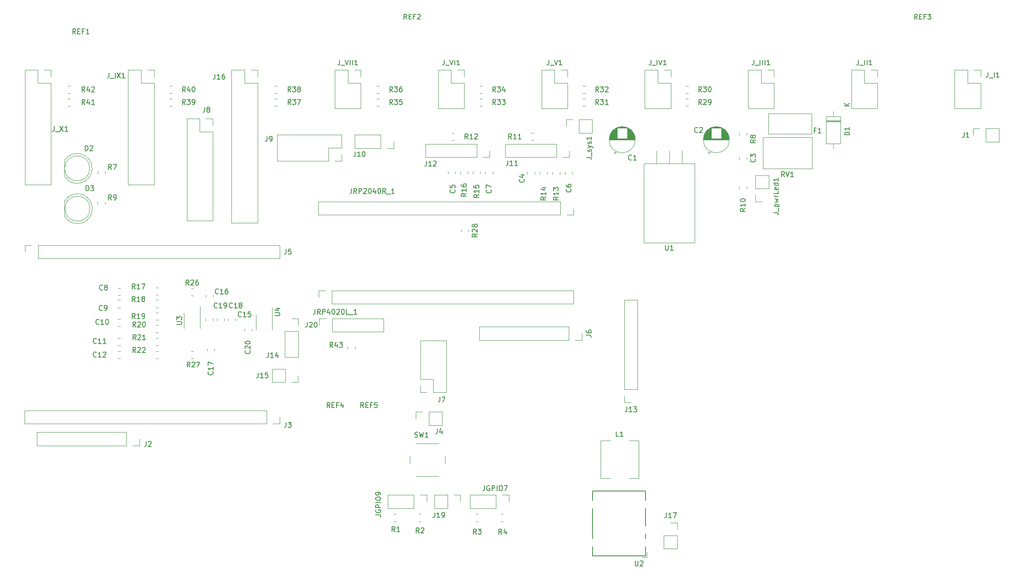
<source format=gbr>
%TF.GenerationSoftware,KiCad,Pcbnew,6.0.8-f2edbf62ab~116~ubuntu20.04.1*%
%TF.CreationDate,2023-08-02T22:58:18+02:00*%
%TF.ProjectId,Board_Bluetooth_radio_platform,426f6172-645f-4426-9c75-65746f6f7468,rev?*%
%TF.SameCoordinates,Original*%
%TF.FileFunction,Legend,Top*%
%TF.FilePolarity,Positive*%
%FSLAX46Y46*%
G04 Gerber Fmt 4.6, Leading zero omitted, Abs format (unit mm)*
G04 Created by KiCad (PCBNEW 6.0.8-f2edbf62ab~116~ubuntu20.04.1) date 2023-08-02 22:58:18*
%MOMM*%
%LPD*%
G01*
G04 APERTURE LIST*
%ADD10C,0.150000*%
%ADD11C,0.120000*%
G04 APERTURE END LIST*
D10*
%TO.C,REF5*%
X90852380Y-100652380D02*
X90519047Y-100176190D01*
X90280952Y-100652380D02*
X90280952Y-99652380D01*
X90661904Y-99652380D01*
X90757142Y-99700000D01*
X90804761Y-99747619D01*
X90852380Y-99842857D01*
X90852380Y-99985714D01*
X90804761Y-100080952D01*
X90757142Y-100128571D01*
X90661904Y-100176190D01*
X90280952Y-100176190D01*
X91280952Y-100128571D02*
X91614285Y-100128571D01*
X91757142Y-100652380D02*
X91280952Y-100652380D01*
X91280952Y-99652380D01*
X91757142Y-99652380D01*
X92519047Y-100128571D02*
X92185714Y-100128571D01*
X92185714Y-100652380D02*
X92185714Y-99652380D01*
X92661904Y-99652380D01*
X93519047Y-99652380D02*
X93042857Y-99652380D01*
X92995238Y-100128571D01*
X93042857Y-100080952D01*
X93138095Y-100033333D01*
X93376190Y-100033333D01*
X93471428Y-100080952D01*
X93519047Y-100128571D01*
X93566666Y-100223809D01*
X93566666Y-100461904D01*
X93519047Y-100557142D01*
X93471428Y-100604761D01*
X93376190Y-100652380D01*
X93138095Y-100652380D01*
X93042857Y-100604761D01*
X92995238Y-100557142D01*
%TO.C,REF4*%
X84102380Y-100652380D02*
X83769047Y-100176190D01*
X83530952Y-100652380D02*
X83530952Y-99652380D01*
X83911904Y-99652380D01*
X84007142Y-99700000D01*
X84054761Y-99747619D01*
X84102380Y-99842857D01*
X84102380Y-99985714D01*
X84054761Y-100080952D01*
X84007142Y-100128571D01*
X83911904Y-100176190D01*
X83530952Y-100176190D01*
X84530952Y-100128571D02*
X84864285Y-100128571D01*
X85007142Y-100652380D02*
X84530952Y-100652380D01*
X84530952Y-99652380D01*
X85007142Y-99652380D01*
X85769047Y-100128571D02*
X85435714Y-100128571D01*
X85435714Y-100652380D02*
X85435714Y-99652380D01*
X85911904Y-99652380D01*
X86721428Y-99985714D02*
X86721428Y-100652380D01*
X86483333Y-99604761D02*
X86245238Y-100319047D01*
X86864285Y-100319047D01*
%TO.C,REF3*%
X201452380Y-23052380D02*
X201119047Y-22576190D01*
X200880952Y-23052380D02*
X200880952Y-22052380D01*
X201261904Y-22052380D01*
X201357142Y-22100000D01*
X201404761Y-22147619D01*
X201452380Y-22242857D01*
X201452380Y-22385714D01*
X201404761Y-22480952D01*
X201357142Y-22528571D01*
X201261904Y-22576190D01*
X200880952Y-22576190D01*
X201880952Y-22528571D02*
X202214285Y-22528571D01*
X202357142Y-23052380D02*
X201880952Y-23052380D01*
X201880952Y-22052380D01*
X202357142Y-22052380D01*
X203119047Y-22528571D02*
X202785714Y-22528571D01*
X202785714Y-23052380D02*
X202785714Y-22052380D01*
X203261904Y-22052380D01*
X203547619Y-22052380D02*
X204166666Y-22052380D01*
X203833333Y-22433333D01*
X203976190Y-22433333D01*
X204071428Y-22480952D01*
X204119047Y-22528571D01*
X204166666Y-22623809D01*
X204166666Y-22861904D01*
X204119047Y-22957142D01*
X204071428Y-23004761D01*
X203976190Y-23052380D01*
X203690476Y-23052380D01*
X203595238Y-23004761D01*
X203547619Y-22957142D01*
%TO.C,REF2*%
X99452380Y-23052380D02*
X99119047Y-22576190D01*
X98880952Y-23052380D02*
X98880952Y-22052380D01*
X99261904Y-22052380D01*
X99357142Y-22100000D01*
X99404761Y-22147619D01*
X99452380Y-22242857D01*
X99452380Y-22385714D01*
X99404761Y-22480952D01*
X99357142Y-22528571D01*
X99261904Y-22576190D01*
X98880952Y-22576190D01*
X99880952Y-22528571D02*
X100214285Y-22528571D01*
X100357142Y-23052380D02*
X99880952Y-23052380D01*
X99880952Y-22052380D01*
X100357142Y-22052380D01*
X101119047Y-22528571D02*
X100785714Y-22528571D01*
X100785714Y-23052380D02*
X100785714Y-22052380D01*
X101261904Y-22052380D01*
X101595238Y-22147619D02*
X101642857Y-22100000D01*
X101738095Y-22052380D01*
X101976190Y-22052380D01*
X102071428Y-22100000D01*
X102119047Y-22147619D01*
X102166666Y-22242857D01*
X102166666Y-22338095D01*
X102119047Y-22480952D01*
X101547619Y-23052380D01*
X102166666Y-23052380D01*
%TO.C,REF1*%
X33302380Y-25952380D02*
X32969047Y-25476190D01*
X32730952Y-25952380D02*
X32730952Y-24952380D01*
X33111904Y-24952380D01*
X33207142Y-25000000D01*
X33254761Y-25047619D01*
X33302380Y-25142857D01*
X33302380Y-25285714D01*
X33254761Y-25380952D01*
X33207142Y-25428571D01*
X33111904Y-25476190D01*
X32730952Y-25476190D01*
X33730952Y-25428571D02*
X34064285Y-25428571D01*
X34207142Y-25952380D02*
X33730952Y-25952380D01*
X33730952Y-24952380D01*
X34207142Y-24952380D01*
X34969047Y-25428571D02*
X34635714Y-25428571D01*
X34635714Y-25952380D02*
X34635714Y-24952380D01*
X35111904Y-24952380D01*
X36016666Y-25952380D02*
X35445238Y-25952380D01*
X35730952Y-25952380D02*
X35730952Y-24952380D01*
X35635714Y-25095238D01*
X35540476Y-25190476D01*
X35445238Y-25238095D01*
%TO.C,J_III1*%
X168811428Y-31182380D02*
X168811428Y-31896666D01*
X168763809Y-32039523D01*
X168668571Y-32134761D01*
X168525714Y-32182380D01*
X168430476Y-32182380D01*
X169049523Y-32277619D02*
X169811428Y-32277619D01*
X170049523Y-32182380D02*
X170049523Y-31182380D01*
X170525714Y-32182380D02*
X170525714Y-31182380D01*
X171001904Y-32182380D02*
X171001904Y-31182380D01*
X172001904Y-32182380D02*
X171430476Y-32182380D01*
X171716190Y-32182380D02*
X171716190Y-31182380D01*
X171620952Y-31325238D01*
X171525714Y-31420476D01*
X171430476Y-31468095D01*
%TO.C,C11*%
X37457142Y-87733142D02*
X37409523Y-87780761D01*
X37266666Y-87828380D01*
X37171428Y-87828380D01*
X37028571Y-87780761D01*
X36933333Y-87685523D01*
X36885714Y-87590285D01*
X36838095Y-87399809D01*
X36838095Y-87256952D01*
X36885714Y-87066476D01*
X36933333Y-86971238D01*
X37028571Y-86876000D01*
X37171428Y-86828380D01*
X37266666Y-86828380D01*
X37409523Y-86876000D01*
X37457142Y-86923619D01*
X38409523Y-87828380D02*
X37838095Y-87828380D01*
X38123809Y-87828380D02*
X38123809Y-86828380D01*
X38028571Y-86971238D01*
X37933333Y-87066476D01*
X37838095Y-87114095D01*
X39361904Y-87828380D02*
X38790476Y-87828380D01*
X39076190Y-87828380D02*
X39076190Y-86828380D01*
X38980952Y-86971238D01*
X38885714Y-87066476D01*
X38790476Y-87114095D01*
%TO.C,C17*%
X60657142Y-93492857D02*
X60704761Y-93540476D01*
X60752380Y-93683333D01*
X60752380Y-93778571D01*
X60704761Y-93921428D01*
X60609523Y-94016666D01*
X60514285Y-94064285D01*
X60323809Y-94111904D01*
X60180952Y-94111904D01*
X59990476Y-94064285D01*
X59895238Y-94016666D01*
X59800000Y-93921428D01*
X59752380Y-93778571D01*
X59752380Y-93683333D01*
X59800000Y-93540476D01*
X59847619Y-93492857D01*
X60752380Y-92540476D02*
X60752380Y-93111904D01*
X60752380Y-92826190D02*
X59752380Y-92826190D01*
X59895238Y-92921428D01*
X59990476Y-93016666D01*
X60038095Y-93111904D01*
X59752380Y-92207142D02*
X59752380Y-91540476D01*
X60752380Y-91969047D01*
%TO.C,J_sys1*%
X135342380Y-50672761D02*
X136056666Y-50672761D01*
X136199523Y-50720380D01*
X136294761Y-50815619D01*
X136342380Y-50958476D01*
X136342380Y-51053714D01*
X136437619Y-50434666D02*
X136437619Y-49672761D01*
X136294761Y-49482285D02*
X136342380Y-49387047D01*
X136342380Y-49196571D01*
X136294761Y-49101333D01*
X136199523Y-49053714D01*
X136151904Y-49053714D01*
X136056666Y-49101333D01*
X136009047Y-49196571D01*
X136009047Y-49339428D01*
X135961428Y-49434666D01*
X135866190Y-49482285D01*
X135818571Y-49482285D01*
X135723333Y-49434666D01*
X135675714Y-49339428D01*
X135675714Y-49196571D01*
X135723333Y-49101333D01*
X135675714Y-48720380D02*
X136342380Y-48482285D01*
X135675714Y-48244190D02*
X136342380Y-48482285D01*
X136580476Y-48577523D01*
X136628095Y-48625142D01*
X136675714Y-48720380D01*
X136294761Y-47910857D02*
X136342380Y-47815619D01*
X136342380Y-47625142D01*
X136294761Y-47529904D01*
X136199523Y-47482285D01*
X136151904Y-47482285D01*
X136056666Y-47529904D01*
X136009047Y-47625142D01*
X136009047Y-47768000D01*
X135961428Y-47863238D01*
X135866190Y-47910857D01*
X135818571Y-47910857D01*
X135723333Y-47863238D01*
X135675714Y-47768000D01*
X135675714Y-47625142D01*
X135723333Y-47529904D01*
X136342380Y-46529904D02*
X136342380Y-47101333D01*
X136342380Y-46815619D02*
X135342380Y-46815619D01*
X135485238Y-46910857D01*
X135580476Y-47006095D01*
X135628095Y-47101333D01*
%TO.C,J_VI1*%
X106939047Y-31182380D02*
X106939047Y-31896666D01*
X106891428Y-32039523D01*
X106796190Y-32134761D01*
X106653333Y-32182380D01*
X106558095Y-32182380D01*
X107177142Y-32277619D02*
X107939047Y-32277619D01*
X108034285Y-31182380D02*
X108367619Y-32182380D01*
X108700952Y-31182380D01*
X109034285Y-32182380D02*
X109034285Y-31182380D01*
X110034285Y-32182380D02*
X109462857Y-32182380D01*
X109748571Y-32182380D02*
X109748571Y-31182380D01*
X109653333Y-31325238D01*
X109558095Y-31420476D01*
X109462857Y-31468095D01*
%TO.C,C6*%
X132187142Y-56966666D02*
X132234761Y-57014285D01*
X132282380Y-57157142D01*
X132282380Y-57252380D01*
X132234761Y-57395238D01*
X132139523Y-57490476D01*
X132044285Y-57538095D01*
X131853809Y-57585714D01*
X131710952Y-57585714D01*
X131520476Y-57538095D01*
X131425238Y-57490476D01*
X131330000Y-57395238D01*
X131282380Y-57252380D01*
X131282380Y-57157142D01*
X131330000Y-57014285D01*
X131377619Y-56966666D01*
X131282380Y-56109523D02*
X131282380Y-56300000D01*
X131330000Y-56395238D01*
X131377619Y-56442857D01*
X131520476Y-56538095D01*
X131710952Y-56585714D01*
X132091904Y-56585714D01*
X132187142Y-56538095D01*
X132234761Y-56490476D01*
X132282380Y-56395238D01*
X132282380Y-56204761D01*
X132234761Y-56109523D01*
X132187142Y-56061904D01*
X132091904Y-56014285D01*
X131853809Y-56014285D01*
X131758571Y-56061904D01*
X131710952Y-56109523D01*
X131663333Y-56204761D01*
X131663333Y-56395238D01*
X131710952Y-56490476D01*
X131758571Y-56538095D01*
X131853809Y-56585714D01*
%TO.C,J_pwrLed1*%
X172680380Y-61705714D02*
X173394666Y-61705714D01*
X173537523Y-61753333D01*
X173632761Y-61848571D01*
X173680380Y-61991428D01*
X173680380Y-62086666D01*
X173775619Y-61467619D02*
X173775619Y-60705714D01*
X173013714Y-60467619D02*
X174013714Y-60467619D01*
X173061333Y-60467619D02*
X173013714Y-60372380D01*
X173013714Y-60181904D01*
X173061333Y-60086666D01*
X173108952Y-60039047D01*
X173204190Y-59991428D01*
X173489904Y-59991428D01*
X173585142Y-60039047D01*
X173632761Y-60086666D01*
X173680380Y-60181904D01*
X173680380Y-60372380D01*
X173632761Y-60467619D01*
X173013714Y-59658095D02*
X173680380Y-59467619D01*
X173204190Y-59277142D01*
X173680380Y-59086666D01*
X173013714Y-58896190D01*
X173680380Y-58515238D02*
X173013714Y-58515238D01*
X173204190Y-58515238D02*
X173108952Y-58467619D01*
X173061333Y-58420000D01*
X173013714Y-58324761D01*
X173013714Y-58229523D01*
X173680380Y-57420000D02*
X173680380Y-57896190D01*
X172680380Y-57896190D01*
X173632761Y-56705714D02*
X173680380Y-56800952D01*
X173680380Y-56991428D01*
X173632761Y-57086666D01*
X173537523Y-57134285D01*
X173156571Y-57134285D01*
X173061333Y-57086666D01*
X173013714Y-56991428D01*
X173013714Y-56800952D01*
X173061333Y-56705714D01*
X173156571Y-56658095D01*
X173251809Y-56658095D01*
X173347047Y-57134285D01*
X173680380Y-55800952D02*
X172680380Y-55800952D01*
X173632761Y-55800952D02*
X173680380Y-55896190D01*
X173680380Y-56086666D01*
X173632761Y-56181904D01*
X173585142Y-56229523D01*
X173489904Y-56277142D01*
X173204190Y-56277142D01*
X173108952Y-56229523D01*
X173061333Y-56181904D01*
X173013714Y-56086666D01*
X173013714Y-55896190D01*
X173061333Y-55800952D01*
X173680380Y-54800952D02*
X173680380Y-55372380D01*
X173680380Y-55086666D02*
X172680380Y-55086666D01*
X172823238Y-55181904D01*
X172918476Y-55277142D01*
X172966095Y-55372380D01*
%TO.C,J13*%
X143437476Y-100505380D02*
X143437476Y-101219666D01*
X143389857Y-101362523D01*
X143294619Y-101457761D01*
X143151761Y-101505380D01*
X143056523Y-101505380D01*
X144437476Y-101505380D02*
X143866047Y-101505380D01*
X144151761Y-101505380D02*
X144151761Y-100505380D01*
X144056523Y-100648238D01*
X143961285Y-100743476D01*
X143866047Y-100791095D01*
X144770809Y-100505380D02*
X145389857Y-100505380D01*
X145056523Y-100886333D01*
X145199380Y-100886333D01*
X145294619Y-100933952D01*
X145342238Y-100981571D01*
X145389857Y-101076809D01*
X145389857Y-101314904D01*
X145342238Y-101410142D01*
X145294619Y-101457761D01*
X145199380Y-101505380D01*
X144913666Y-101505380D01*
X144818428Y-101457761D01*
X144770809Y-101410142D01*
%TO.C,J3*%
X75358666Y-103592380D02*
X75358666Y-104306666D01*
X75311047Y-104449523D01*
X75215809Y-104544761D01*
X75072952Y-104592380D01*
X74977714Y-104592380D01*
X75739619Y-103592380D02*
X76358666Y-103592380D01*
X76025333Y-103973333D01*
X76168190Y-103973333D01*
X76263428Y-104020952D01*
X76311047Y-104068571D01*
X76358666Y-104163809D01*
X76358666Y-104401904D01*
X76311047Y-104497142D01*
X76263428Y-104544761D01*
X76168190Y-104592380D01*
X75882476Y-104592380D01*
X75787238Y-104544761D01*
X75739619Y-104497142D01*
%TO.C,R43*%
X84701142Y-88590380D02*
X84367809Y-88114190D01*
X84129714Y-88590380D02*
X84129714Y-87590380D01*
X84510666Y-87590380D01*
X84605904Y-87638000D01*
X84653523Y-87685619D01*
X84701142Y-87780857D01*
X84701142Y-87923714D01*
X84653523Y-88018952D01*
X84605904Y-88066571D01*
X84510666Y-88114190D01*
X84129714Y-88114190D01*
X85558285Y-87923714D02*
X85558285Y-88590380D01*
X85320190Y-87542761D02*
X85082095Y-88257047D01*
X85701142Y-88257047D01*
X85986857Y-87590380D02*
X86605904Y-87590380D01*
X86272571Y-87971333D01*
X86415428Y-87971333D01*
X86510666Y-88018952D01*
X86558285Y-88066571D01*
X86605904Y-88161809D01*
X86605904Y-88399904D01*
X86558285Y-88495142D01*
X86510666Y-88542761D01*
X86415428Y-88590380D01*
X86129714Y-88590380D01*
X86034476Y-88542761D01*
X85986857Y-88495142D01*
%TO.C,C16*%
X61841142Y-77827142D02*
X61793523Y-77874761D01*
X61650666Y-77922380D01*
X61555428Y-77922380D01*
X61412571Y-77874761D01*
X61317333Y-77779523D01*
X61269714Y-77684285D01*
X61222095Y-77493809D01*
X61222095Y-77350952D01*
X61269714Y-77160476D01*
X61317333Y-77065238D01*
X61412571Y-76970000D01*
X61555428Y-76922380D01*
X61650666Y-76922380D01*
X61793523Y-76970000D01*
X61841142Y-77017619D01*
X62793523Y-77922380D02*
X62222095Y-77922380D01*
X62507809Y-77922380D02*
X62507809Y-76922380D01*
X62412571Y-77065238D01*
X62317333Y-77160476D01*
X62222095Y-77208095D01*
X63650666Y-76922380D02*
X63460190Y-76922380D01*
X63364952Y-76970000D01*
X63317333Y-77017619D01*
X63222095Y-77160476D01*
X63174476Y-77350952D01*
X63174476Y-77731904D01*
X63222095Y-77827142D01*
X63269714Y-77874761D01*
X63364952Y-77922380D01*
X63555428Y-77922380D01*
X63650666Y-77874761D01*
X63698285Y-77827142D01*
X63745904Y-77731904D01*
X63745904Y-77493809D01*
X63698285Y-77398571D01*
X63650666Y-77350952D01*
X63555428Y-77303333D01*
X63364952Y-77303333D01*
X63269714Y-77350952D01*
X63222095Y-77398571D01*
X63174476Y-77493809D01*
%TO.C,J_IX1*%
X39973428Y-33742380D02*
X39973428Y-34456666D01*
X39925809Y-34599523D01*
X39830571Y-34694761D01*
X39687714Y-34742380D01*
X39592476Y-34742380D01*
X40211523Y-34837619D02*
X40973428Y-34837619D01*
X41211523Y-34742380D02*
X41211523Y-33742380D01*
X41592476Y-33742380D02*
X42259142Y-34742380D01*
X42259142Y-33742380D02*
X41592476Y-34742380D01*
X43163904Y-34742380D02*
X42592476Y-34742380D01*
X42878190Y-34742380D02*
X42878190Y-33742380D01*
X42782952Y-33885238D01*
X42687714Y-33980476D01*
X42592476Y-34028095D01*
%TO.C,J_I1*%
X215557619Y-33652380D02*
X215557619Y-34366666D01*
X215510000Y-34509523D01*
X215414761Y-34604761D01*
X215271904Y-34652380D01*
X215176666Y-34652380D01*
X215795714Y-34747619D02*
X216557619Y-34747619D01*
X216795714Y-34652380D02*
X216795714Y-33652380D01*
X217795714Y-34652380D02*
X217224285Y-34652380D01*
X217510000Y-34652380D02*
X217510000Y-33652380D01*
X217414761Y-33795238D01*
X217319523Y-33890476D01*
X217224285Y-33938095D01*
%TO.C,J11*%
X119652476Y-51268380D02*
X119652476Y-51982666D01*
X119604857Y-52125523D01*
X119509619Y-52220761D01*
X119366761Y-52268380D01*
X119271523Y-52268380D01*
X120652476Y-52268380D02*
X120081047Y-52268380D01*
X120366761Y-52268380D02*
X120366761Y-51268380D01*
X120271523Y-51411238D01*
X120176285Y-51506476D01*
X120081047Y-51554095D01*
X121604857Y-52268380D02*
X121033428Y-52268380D01*
X121319142Y-52268380D02*
X121319142Y-51268380D01*
X121223904Y-51411238D01*
X121128666Y-51506476D01*
X121033428Y-51554095D01*
%TO.C,J12*%
X103396476Y-51372380D02*
X103396476Y-52086666D01*
X103348857Y-52229523D01*
X103253619Y-52324761D01*
X103110761Y-52372380D01*
X103015523Y-52372380D01*
X104396476Y-52372380D02*
X103825047Y-52372380D01*
X104110761Y-52372380D02*
X104110761Y-51372380D01*
X104015523Y-51515238D01*
X103920285Y-51610476D01*
X103825047Y-51658095D01*
X104777428Y-51467619D02*
X104825047Y-51420000D01*
X104920285Y-51372380D01*
X105158380Y-51372380D01*
X105253619Y-51420000D01*
X105301238Y-51467619D01*
X105348857Y-51562857D01*
X105348857Y-51658095D01*
X105301238Y-51800952D01*
X104729809Y-52372380D01*
X105348857Y-52372380D01*
%TO.C,J16*%
X61166476Y-33996380D02*
X61166476Y-34710666D01*
X61118857Y-34853523D01*
X61023619Y-34948761D01*
X60880761Y-34996380D01*
X60785523Y-34996380D01*
X62166476Y-34996380D02*
X61595047Y-34996380D01*
X61880761Y-34996380D02*
X61880761Y-33996380D01*
X61785523Y-34139238D01*
X61690285Y-34234476D01*
X61595047Y-34282095D01*
X63023619Y-33996380D02*
X62833142Y-33996380D01*
X62737904Y-34044000D01*
X62690285Y-34091619D01*
X62595047Y-34234476D01*
X62547428Y-34424952D01*
X62547428Y-34805904D01*
X62595047Y-34901142D01*
X62642666Y-34948761D01*
X62737904Y-34996380D01*
X62928380Y-34996380D01*
X63023619Y-34948761D01*
X63071238Y-34901142D01*
X63118857Y-34805904D01*
X63118857Y-34567809D01*
X63071238Y-34472571D01*
X63023619Y-34424952D01*
X62928380Y-34377333D01*
X62737904Y-34377333D01*
X62642666Y-34424952D01*
X62595047Y-34472571D01*
X62547428Y-34567809D01*
%TO.C,U2*%
X145090095Y-131275380D02*
X145090095Y-132084904D01*
X145137714Y-132180142D01*
X145185333Y-132227761D01*
X145280571Y-132275380D01*
X145471047Y-132275380D01*
X145566285Y-132227761D01*
X145613904Y-132180142D01*
X145661523Y-132084904D01*
X145661523Y-131275380D01*
X146090095Y-131370619D02*
X146137714Y-131323000D01*
X146232952Y-131275380D01*
X146471047Y-131275380D01*
X146566285Y-131323000D01*
X146613904Y-131370619D01*
X146661523Y-131465857D01*
X146661523Y-131561095D01*
X146613904Y-131703952D01*
X146042476Y-132275380D01*
X146661523Y-132275380D01*
%TO.C,U1*%
X151130095Y-68206380D02*
X151130095Y-69015904D01*
X151177714Y-69111142D01*
X151225333Y-69158761D01*
X151320571Y-69206380D01*
X151511047Y-69206380D01*
X151606285Y-69158761D01*
X151653904Y-69111142D01*
X151701523Y-69015904D01*
X151701523Y-68206380D01*
X152701523Y-69206380D02*
X152130095Y-69206380D01*
X152415809Y-69206380D02*
X152415809Y-68206380D01*
X152320571Y-68349238D01*
X152225333Y-68444476D01*
X152130095Y-68492095D01*
%TO.C,R16*%
X111352380Y-57842857D02*
X110876190Y-58176190D01*
X111352380Y-58414285D02*
X110352380Y-58414285D01*
X110352380Y-58033333D01*
X110400000Y-57938095D01*
X110447619Y-57890476D01*
X110542857Y-57842857D01*
X110685714Y-57842857D01*
X110780952Y-57890476D01*
X110828571Y-57938095D01*
X110876190Y-58033333D01*
X110876190Y-58414285D01*
X111352380Y-56890476D02*
X111352380Y-57461904D01*
X111352380Y-57176190D02*
X110352380Y-57176190D01*
X110495238Y-57271428D01*
X110590476Y-57366666D01*
X110638095Y-57461904D01*
X110352380Y-56033333D02*
X110352380Y-56223809D01*
X110400000Y-56319047D01*
X110447619Y-56366666D01*
X110590476Y-56461904D01*
X110780952Y-56509523D01*
X111161904Y-56509523D01*
X111257142Y-56461904D01*
X111304761Y-56414285D01*
X111352380Y-56319047D01*
X111352380Y-56128571D01*
X111304761Y-56033333D01*
X111257142Y-55985714D01*
X111161904Y-55938095D01*
X110923809Y-55938095D01*
X110828571Y-55985714D01*
X110780952Y-56033333D01*
X110733333Y-56128571D01*
X110733333Y-56319047D01*
X110780952Y-56414285D01*
X110828571Y-56461904D01*
X110923809Y-56509523D01*
%TO.C,J14*%
X71834476Y-89622380D02*
X71834476Y-90336666D01*
X71786857Y-90479523D01*
X71691619Y-90574761D01*
X71548761Y-90622380D01*
X71453523Y-90622380D01*
X72834476Y-90622380D02*
X72263047Y-90622380D01*
X72548761Y-90622380D02*
X72548761Y-89622380D01*
X72453523Y-89765238D01*
X72358285Y-89860476D01*
X72263047Y-89908095D01*
X73691619Y-89955714D02*
X73691619Y-90622380D01*
X73453523Y-89574761D02*
X73215428Y-90289047D01*
X73834476Y-90289047D01*
%TO.C,J_VII1*%
X86063452Y-31182380D02*
X86063452Y-31896666D01*
X86015833Y-32039523D01*
X85920595Y-32134761D01*
X85777738Y-32182380D01*
X85682500Y-32182380D01*
X86301547Y-32277619D02*
X87063452Y-32277619D01*
X87158690Y-31182380D02*
X87492023Y-32182380D01*
X87825357Y-31182380D01*
X88158690Y-32182380D02*
X88158690Y-31182380D01*
X88634880Y-32182380D02*
X88634880Y-31182380D01*
X89634880Y-32182380D02*
X89063452Y-32182380D01*
X89349166Y-32182380D02*
X89349166Y-31182380D01*
X89253928Y-31325238D01*
X89158690Y-31420476D01*
X89063452Y-31468095D01*
%TO.C,R30*%
X158361142Y-37536380D02*
X158027809Y-37060190D01*
X157789714Y-37536380D02*
X157789714Y-36536380D01*
X158170666Y-36536380D01*
X158265904Y-36584000D01*
X158313523Y-36631619D01*
X158361142Y-36726857D01*
X158361142Y-36869714D01*
X158313523Y-36964952D01*
X158265904Y-37012571D01*
X158170666Y-37060190D01*
X157789714Y-37060190D01*
X158694476Y-36536380D02*
X159313523Y-36536380D01*
X158980190Y-36917333D01*
X159123047Y-36917333D01*
X159218285Y-36964952D01*
X159265904Y-37012571D01*
X159313523Y-37107809D01*
X159313523Y-37345904D01*
X159265904Y-37441142D01*
X159218285Y-37488761D01*
X159123047Y-37536380D01*
X158837333Y-37536380D01*
X158742095Y-37488761D01*
X158694476Y-37441142D01*
X159932571Y-36536380D02*
X160027809Y-36536380D01*
X160123047Y-36584000D01*
X160170666Y-36631619D01*
X160218285Y-36726857D01*
X160265904Y-36917333D01*
X160265904Y-37155428D01*
X160218285Y-37345904D01*
X160170666Y-37441142D01*
X160123047Y-37488761D01*
X160027809Y-37536380D01*
X159932571Y-37536380D01*
X159837333Y-37488761D01*
X159789714Y-37441142D01*
X159742095Y-37345904D01*
X159694476Y-37155428D01*
X159694476Y-36917333D01*
X159742095Y-36726857D01*
X159789714Y-36631619D01*
X159837333Y-36584000D01*
X159932571Y-36536380D01*
%TO.C,D2*%
X35211904Y-49302380D02*
X35211904Y-48302380D01*
X35450000Y-48302380D01*
X35592857Y-48350000D01*
X35688095Y-48445238D01*
X35735714Y-48540476D01*
X35783333Y-48730952D01*
X35783333Y-48873809D01*
X35735714Y-49064285D01*
X35688095Y-49159523D01*
X35592857Y-49254761D01*
X35450000Y-49302380D01*
X35211904Y-49302380D01*
X36164285Y-48397619D02*
X36211904Y-48350000D01*
X36307142Y-48302380D01*
X36545238Y-48302380D01*
X36640476Y-48350000D01*
X36688095Y-48397619D01*
X36735714Y-48492857D01*
X36735714Y-48588095D01*
X36688095Y-48730952D01*
X36116666Y-49302380D01*
X36735714Y-49302380D01*
%TO.C,R32*%
X137787142Y-37536380D02*
X137453809Y-37060190D01*
X137215714Y-37536380D02*
X137215714Y-36536380D01*
X137596666Y-36536380D01*
X137691904Y-36584000D01*
X137739523Y-36631619D01*
X137787142Y-36726857D01*
X137787142Y-36869714D01*
X137739523Y-36964952D01*
X137691904Y-37012571D01*
X137596666Y-37060190D01*
X137215714Y-37060190D01*
X138120476Y-36536380D02*
X138739523Y-36536380D01*
X138406190Y-36917333D01*
X138549047Y-36917333D01*
X138644285Y-36964952D01*
X138691904Y-37012571D01*
X138739523Y-37107809D01*
X138739523Y-37345904D01*
X138691904Y-37441142D01*
X138644285Y-37488761D01*
X138549047Y-37536380D01*
X138263333Y-37536380D01*
X138168095Y-37488761D01*
X138120476Y-37441142D01*
X139120476Y-36631619D02*
X139168095Y-36584000D01*
X139263333Y-36536380D01*
X139501428Y-36536380D01*
X139596666Y-36584000D01*
X139644285Y-36631619D01*
X139691904Y-36726857D01*
X139691904Y-36822095D01*
X139644285Y-36964952D01*
X139072857Y-37536380D01*
X139691904Y-37536380D01*
%TO.C,JGPIO9*%
X93252380Y-122095238D02*
X93966666Y-122095238D01*
X94109523Y-122142857D01*
X94204761Y-122238095D01*
X94252380Y-122380952D01*
X94252380Y-122476190D01*
X93300000Y-121095238D02*
X93252380Y-121190476D01*
X93252380Y-121333333D01*
X93300000Y-121476190D01*
X93395238Y-121571428D01*
X93490476Y-121619047D01*
X93680952Y-121666666D01*
X93823809Y-121666666D01*
X94014285Y-121619047D01*
X94109523Y-121571428D01*
X94204761Y-121476190D01*
X94252380Y-121333333D01*
X94252380Y-121238095D01*
X94204761Y-121095238D01*
X94157142Y-121047619D01*
X93823809Y-121047619D01*
X93823809Y-121238095D01*
X94252380Y-120619047D02*
X93252380Y-120619047D01*
X93252380Y-120238095D01*
X93300000Y-120142857D01*
X93347619Y-120095238D01*
X93442857Y-120047619D01*
X93585714Y-120047619D01*
X93680952Y-120095238D01*
X93728571Y-120142857D01*
X93776190Y-120238095D01*
X93776190Y-120619047D01*
X94252380Y-119619047D02*
X93252380Y-119619047D01*
X93252380Y-118952380D02*
X93252380Y-118761904D01*
X93300000Y-118666666D01*
X93395238Y-118571428D01*
X93585714Y-118523809D01*
X93919047Y-118523809D01*
X94109523Y-118571428D01*
X94204761Y-118666666D01*
X94252380Y-118761904D01*
X94252380Y-118952380D01*
X94204761Y-119047619D01*
X94109523Y-119142857D01*
X93919047Y-119190476D01*
X93585714Y-119190476D01*
X93395238Y-119142857D01*
X93300000Y-119047619D01*
X93252380Y-118952380D01*
X94252380Y-118047619D02*
X94252380Y-117857142D01*
X94204761Y-117761904D01*
X94157142Y-117714285D01*
X94014285Y-117619047D01*
X93823809Y-117571428D01*
X93442857Y-117571428D01*
X93347619Y-117619047D01*
X93300000Y-117666666D01*
X93252380Y-117761904D01*
X93252380Y-117952380D01*
X93300000Y-118047619D01*
X93347619Y-118095238D01*
X93442857Y-118142857D01*
X93680952Y-118142857D01*
X93776190Y-118095238D01*
X93823809Y-118047619D01*
X93871428Y-117952380D01*
X93871428Y-117761904D01*
X93823809Y-117666666D01*
X93776190Y-117619047D01*
X93680952Y-117571428D01*
%TO.C,J9*%
X71578666Y-46422380D02*
X71578666Y-47136666D01*
X71531047Y-47279523D01*
X71435809Y-47374761D01*
X71292952Y-47422380D01*
X71197714Y-47422380D01*
X72102476Y-47422380D02*
X72292952Y-47422380D01*
X72388190Y-47374761D01*
X72435809Y-47327142D01*
X72531047Y-47184285D01*
X72578666Y-46993809D01*
X72578666Y-46612857D01*
X72531047Y-46517619D01*
X72483428Y-46470000D01*
X72388190Y-46422380D01*
X72197714Y-46422380D01*
X72102476Y-46470000D01*
X72054857Y-46517619D01*
X72007238Y-46612857D01*
X72007238Y-46850952D01*
X72054857Y-46946190D01*
X72102476Y-46993809D01*
X72197714Y-47041428D01*
X72388190Y-47041428D01*
X72483428Y-46993809D01*
X72531047Y-46946190D01*
X72578666Y-46850952D01*
%TO.C,R20*%
X45331142Y-84526380D02*
X44997809Y-84050190D01*
X44759714Y-84526380D02*
X44759714Y-83526380D01*
X45140666Y-83526380D01*
X45235904Y-83574000D01*
X45283523Y-83621619D01*
X45331142Y-83716857D01*
X45331142Y-83859714D01*
X45283523Y-83954952D01*
X45235904Y-84002571D01*
X45140666Y-84050190D01*
X44759714Y-84050190D01*
X45712095Y-83621619D02*
X45759714Y-83574000D01*
X45854952Y-83526380D01*
X46093047Y-83526380D01*
X46188285Y-83574000D01*
X46235904Y-83621619D01*
X46283523Y-83716857D01*
X46283523Y-83812095D01*
X46235904Y-83954952D01*
X45664476Y-84526380D01*
X46283523Y-84526380D01*
X46902571Y-83526380D02*
X46997809Y-83526380D01*
X47093047Y-83574000D01*
X47140666Y-83621619D01*
X47188285Y-83716857D01*
X47235904Y-83907333D01*
X47235904Y-84145428D01*
X47188285Y-84335904D01*
X47140666Y-84431142D01*
X47093047Y-84478761D01*
X46997809Y-84526380D01*
X46902571Y-84526380D01*
X46807333Y-84478761D01*
X46759714Y-84431142D01*
X46712095Y-84335904D01*
X46664476Y-84145428D01*
X46664476Y-83907333D01*
X46712095Y-83716857D01*
X46759714Y-83621619D01*
X46807333Y-83574000D01*
X46902571Y-83526380D01*
%TO.C,R33*%
X117213142Y-40076380D02*
X116879809Y-39600190D01*
X116641714Y-40076380D02*
X116641714Y-39076380D01*
X117022666Y-39076380D01*
X117117904Y-39124000D01*
X117165523Y-39171619D01*
X117213142Y-39266857D01*
X117213142Y-39409714D01*
X117165523Y-39504952D01*
X117117904Y-39552571D01*
X117022666Y-39600190D01*
X116641714Y-39600190D01*
X117546476Y-39076380D02*
X118165523Y-39076380D01*
X117832190Y-39457333D01*
X117975047Y-39457333D01*
X118070285Y-39504952D01*
X118117904Y-39552571D01*
X118165523Y-39647809D01*
X118165523Y-39885904D01*
X118117904Y-39981142D01*
X118070285Y-40028761D01*
X117975047Y-40076380D01*
X117689333Y-40076380D01*
X117594095Y-40028761D01*
X117546476Y-39981142D01*
X118498857Y-39076380D02*
X119117904Y-39076380D01*
X118784571Y-39457333D01*
X118927428Y-39457333D01*
X119022666Y-39504952D01*
X119070285Y-39552571D01*
X119117904Y-39647809D01*
X119117904Y-39885904D01*
X119070285Y-39981142D01*
X119022666Y-40028761D01*
X118927428Y-40076380D01*
X118641714Y-40076380D01*
X118546476Y-40028761D01*
X118498857Y-39981142D01*
%TO.C,R12*%
X111691142Y-46934380D02*
X111357809Y-46458190D01*
X111119714Y-46934380D02*
X111119714Y-45934380D01*
X111500666Y-45934380D01*
X111595904Y-45982000D01*
X111643523Y-46029619D01*
X111691142Y-46124857D01*
X111691142Y-46267714D01*
X111643523Y-46362952D01*
X111595904Y-46410571D01*
X111500666Y-46458190D01*
X111119714Y-46458190D01*
X112643523Y-46934380D02*
X112072095Y-46934380D01*
X112357809Y-46934380D02*
X112357809Y-45934380D01*
X112262571Y-46077238D01*
X112167333Y-46172476D01*
X112072095Y-46220095D01*
X113024476Y-46029619D02*
X113072095Y-45982000D01*
X113167333Y-45934380D01*
X113405428Y-45934380D01*
X113500666Y-45982000D01*
X113548285Y-46029619D01*
X113595904Y-46124857D01*
X113595904Y-46220095D01*
X113548285Y-46362952D01*
X112976857Y-46934380D01*
X113595904Y-46934380D01*
%TO.C,C3*%
X169013142Y-50966666D02*
X169060761Y-51014285D01*
X169108380Y-51157142D01*
X169108380Y-51252380D01*
X169060761Y-51395238D01*
X168965523Y-51490476D01*
X168870285Y-51538095D01*
X168679809Y-51585714D01*
X168536952Y-51585714D01*
X168346476Y-51538095D01*
X168251238Y-51490476D01*
X168156000Y-51395238D01*
X168108380Y-51252380D01*
X168108380Y-51157142D01*
X168156000Y-51014285D01*
X168203619Y-50966666D01*
X168108380Y-50633333D02*
X168108380Y-50014285D01*
X168489333Y-50347619D01*
X168489333Y-50204761D01*
X168536952Y-50109523D01*
X168584571Y-50061904D01*
X168679809Y-50014285D01*
X168917904Y-50014285D01*
X169013142Y-50061904D01*
X169060761Y-50109523D01*
X169108380Y-50204761D01*
X169108380Y-50490476D01*
X169060761Y-50585714D01*
X169013142Y-50633333D01*
%TO.C,C7*%
X116257142Y-57116666D02*
X116304761Y-57164285D01*
X116352380Y-57307142D01*
X116352380Y-57402380D01*
X116304761Y-57545238D01*
X116209523Y-57640476D01*
X116114285Y-57688095D01*
X115923809Y-57735714D01*
X115780952Y-57735714D01*
X115590476Y-57688095D01*
X115495238Y-57640476D01*
X115400000Y-57545238D01*
X115352380Y-57402380D01*
X115352380Y-57307142D01*
X115400000Y-57164285D01*
X115447619Y-57116666D01*
X115352380Y-56783333D02*
X115352380Y-56116666D01*
X116352380Y-56545238D01*
%TO.C,R34*%
X117213142Y-37536380D02*
X116879809Y-37060190D01*
X116641714Y-37536380D02*
X116641714Y-36536380D01*
X117022666Y-36536380D01*
X117117904Y-36584000D01*
X117165523Y-36631619D01*
X117213142Y-36726857D01*
X117213142Y-36869714D01*
X117165523Y-36964952D01*
X117117904Y-37012571D01*
X117022666Y-37060190D01*
X116641714Y-37060190D01*
X117546476Y-36536380D02*
X118165523Y-36536380D01*
X117832190Y-36917333D01*
X117975047Y-36917333D01*
X118070285Y-36964952D01*
X118117904Y-37012571D01*
X118165523Y-37107809D01*
X118165523Y-37345904D01*
X118117904Y-37441142D01*
X118070285Y-37488761D01*
X117975047Y-37536380D01*
X117689333Y-37536380D01*
X117594095Y-37488761D01*
X117546476Y-37441142D01*
X119022666Y-36869714D02*
X119022666Y-37536380D01*
X118784571Y-36488761D02*
X118546476Y-37203047D01*
X119165523Y-37203047D01*
%TO.C,C12*%
X37457142Y-90457142D02*
X37409523Y-90504761D01*
X37266666Y-90552380D01*
X37171428Y-90552380D01*
X37028571Y-90504761D01*
X36933333Y-90409523D01*
X36885714Y-90314285D01*
X36838095Y-90123809D01*
X36838095Y-89980952D01*
X36885714Y-89790476D01*
X36933333Y-89695238D01*
X37028571Y-89600000D01*
X37171428Y-89552380D01*
X37266666Y-89552380D01*
X37409523Y-89600000D01*
X37457142Y-89647619D01*
X38409523Y-90552380D02*
X37838095Y-90552380D01*
X38123809Y-90552380D02*
X38123809Y-89552380D01*
X38028571Y-89695238D01*
X37933333Y-89790476D01*
X37838095Y-89838095D01*
X38790476Y-89647619D02*
X38838095Y-89600000D01*
X38933333Y-89552380D01*
X39171428Y-89552380D01*
X39266666Y-89600000D01*
X39314285Y-89647619D01*
X39361904Y-89742857D01*
X39361904Y-89838095D01*
X39314285Y-89980952D01*
X38742857Y-90552380D01*
X39361904Y-90552380D01*
%TO.C,C15*%
X66413142Y-82399142D02*
X66365523Y-82446761D01*
X66222666Y-82494380D01*
X66127428Y-82494380D01*
X65984571Y-82446761D01*
X65889333Y-82351523D01*
X65841714Y-82256285D01*
X65794095Y-82065809D01*
X65794095Y-81922952D01*
X65841714Y-81732476D01*
X65889333Y-81637238D01*
X65984571Y-81542000D01*
X66127428Y-81494380D01*
X66222666Y-81494380D01*
X66365523Y-81542000D01*
X66413142Y-81589619D01*
X67365523Y-82494380D02*
X66794095Y-82494380D01*
X67079809Y-82494380D02*
X67079809Y-81494380D01*
X66984571Y-81637238D01*
X66889333Y-81732476D01*
X66794095Y-81780095D01*
X68270285Y-81494380D02*
X67794095Y-81494380D01*
X67746476Y-81970571D01*
X67794095Y-81922952D01*
X67889333Y-81875333D01*
X68127428Y-81875333D01*
X68222666Y-81922952D01*
X68270285Y-81970571D01*
X68317904Y-82065809D01*
X68317904Y-82303904D01*
X68270285Y-82399142D01*
X68222666Y-82446761D01*
X68127428Y-82494380D01*
X67889333Y-82494380D01*
X67794095Y-82446761D01*
X67746476Y-82399142D01*
%TO.C,R36*%
X96639142Y-37536380D02*
X96305809Y-37060190D01*
X96067714Y-37536380D02*
X96067714Y-36536380D01*
X96448666Y-36536380D01*
X96543904Y-36584000D01*
X96591523Y-36631619D01*
X96639142Y-36726857D01*
X96639142Y-36869714D01*
X96591523Y-36964952D01*
X96543904Y-37012571D01*
X96448666Y-37060190D01*
X96067714Y-37060190D01*
X96972476Y-36536380D02*
X97591523Y-36536380D01*
X97258190Y-36917333D01*
X97401047Y-36917333D01*
X97496285Y-36964952D01*
X97543904Y-37012571D01*
X97591523Y-37107809D01*
X97591523Y-37345904D01*
X97543904Y-37441142D01*
X97496285Y-37488761D01*
X97401047Y-37536380D01*
X97115333Y-37536380D01*
X97020095Y-37488761D01*
X96972476Y-37441142D01*
X98448666Y-36536380D02*
X98258190Y-36536380D01*
X98162952Y-36584000D01*
X98115333Y-36631619D01*
X98020095Y-36774476D01*
X97972476Y-36964952D01*
X97972476Y-37345904D01*
X98020095Y-37441142D01*
X98067714Y-37488761D01*
X98162952Y-37536380D01*
X98353428Y-37536380D01*
X98448666Y-37488761D01*
X98496285Y-37441142D01*
X98543904Y-37345904D01*
X98543904Y-37107809D01*
X98496285Y-37012571D01*
X98448666Y-36964952D01*
X98353428Y-36917333D01*
X98162952Y-36917333D01*
X98067714Y-36964952D01*
X98020095Y-37012571D01*
X97972476Y-37107809D01*
%TO.C,R7*%
X40473333Y-53030380D02*
X40140000Y-52554190D01*
X39901904Y-53030380D02*
X39901904Y-52030380D01*
X40282857Y-52030380D01*
X40378095Y-52078000D01*
X40425714Y-52125619D01*
X40473333Y-52220857D01*
X40473333Y-52363714D01*
X40425714Y-52458952D01*
X40378095Y-52506571D01*
X40282857Y-52554190D01*
X39901904Y-52554190D01*
X40806666Y-52030380D02*
X41473333Y-52030380D01*
X41044761Y-53030380D01*
%TO.C,J_IV1*%
X148224047Y-31182380D02*
X148224047Y-31896666D01*
X148176428Y-32039523D01*
X148081190Y-32134761D01*
X147938333Y-32182380D01*
X147843095Y-32182380D01*
X148462142Y-32277619D02*
X149224047Y-32277619D01*
X149462142Y-32182380D02*
X149462142Y-31182380D01*
X149795476Y-31182380D02*
X150128809Y-32182380D01*
X150462142Y-31182380D01*
X151319285Y-32182380D02*
X150747857Y-32182380D01*
X151033571Y-32182380D02*
X151033571Y-31182380D01*
X150938333Y-31325238D01*
X150843095Y-31420476D01*
X150747857Y-31468095D01*
%TO.C,C18*%
X64635142Y-80621142D02*
X64587523Y-80668761D01*
X64444666Y-80716380D01*
X64349428Y-80716380D01*
X64206571Y-80668761D01*
X64111333Y-80573523D01*
X64063714Y-80478285D01*
X64016095Y-80287809D01*
X64016095Y-80144952D01*
X64063714Y-79954476D01*
X64111333Y-79859238D01*
X64206571Y-79764000D01*
X64349428Y-79716380D01*
X64444666Y-79716380D01*
X64587523Y-79764000D01*
X64635142Y-79811619D01*
X65587523Y-80716380D02*
X65016095Y-80716380D01*
X65301809Y-80716380D02*
X65301809Y-79716380D01*
X65206571Y-79859238D01*
X65111333Y-79954476D01*
X65016095Y-80002095D01*
X66158952Y-80144952D02*
X66063714Y-80097333D01*
X66016095Y-80049714D01*
X65968476Y-79954476D01*
X65968476Y-79906857D01*
X66016095Y-79811619D01*
X66063714Y-79764000D01*
X66158952Y-79716380D01*
X66349428Y-79716380D01*
X66444666Y-79764000D01*
X66492285Y-79811619D01*
X66539904Y-79906857D01*
X66539904Y-79954476D01*
X66492285Y-80049714D01*
X66444666Y-80097333D01*
X66349428Y-80144952D01*
X66158952Y-80144952D01*
X66063714Y-80192571D01*
X66016095Y-80240190D01*
X65968476Y-80335428D01*
X65968476Y-80525904D01*
X66016095Y-80621142D01*
X66063714Y-80668761D01*
X66158952Y-80716380D01*
X66349428Y-80716380D01*
X66444666Y-80668761D01*
X66492285Y-80621142D01*
X66539904Y-80525904D01*
X66539904Y-80335428D01*
X66492285Y-80240190D01*
X66444666Y-80192571D01*
X66349428Y-80144952D01*
%TO.C,RV1*%
X174908761Y-54521380D02*
X174575428Y-54045190D01*
X174337333Y-54521380D02*
X174337333Y-53521380D01*
X174718285Y-53521380D01*
X174813523Y-53569000D01*
X174861142Y-53616619D01*
X174908761Y-53711857D01*
X174908761Y-53854714D01*
X174861142Y-53949952D01*
X174813523Y-53997571D01*
X174718285Y-54045190D01*
X174337333Y-54045190D01*
X175194476Y-53521380D02*
X175527809Y-54521380D01*
X175861142Y-53521380D01*
X176718285Y-54521380D02*
X176146857Y-54521380D01*
X176432571Y-54521380D02*
X176432571Y-53521380D01*
X176337333Y-53664238D01*
X176242095Y-53759476D01*
X176146857Y-53807095D01*
%TO.C,R15*%
X113852380Y-58092857D02*
X113376190Y-58426190D01*
X113852380Y-58664285D02*
X112852380Y-58664285D01*
X112852380Y-58283333D01*
X112900000Y-58188095D01*
X112947619Y-58140476D01*
X113042857Y-58092857D01*
X113185714Y-58092857D01*
X113280952Y-58140476D01*
X113328571Y-58188095D01*
X113376190Y-58283333D01*
X113376190Y-58664285D01*
X113852380Y-57140476D02*
X113852380Y-57711904D01*
X113852380Y-57426190D02*
X112852380Y-57426190D01*
X112995238Y-57521428D01*
X113090476Y-57616666D01*
X113138095Y-57711904D01*
X112852380Y-56235714D02*
X112852380Y-56711904D01*
X113328571Y-56759523D01*
X113280952Y-56711904D01*
X113233333Y-56616666D01*
X113233333Y-56378571D01*
X113280952Y-56283333D01*
X113328571Y-56235714D01*
X113423809Y-56188095D01*
X113661904Y-56188095D01*
X113757142Y-56235714D01*
X113804761Y-56283333D01*
X113852380Y-56378571D01*
X113852380Y-56616666D01*
X113804761Y-56711904D01*
X113757142Y-56759523D01*
%TO.C,D3*%
X35411904Y-57302380D02*
X35411904Y-56302380D01*
X35650000Y-56302380D01*
X35792857Y-56350000D01*
X35888095Y-56445238D01*
X35935714Y-56540476D01*
X35983333Y-56730952D01*
X35983333Y-56873809D01*
X35935714Y-57064285D01*
X35888095Y-57159523D01*
X35792857Y-57254761D01*
X35650000Y-57302380D01*
X35411904Y-57302380D01*
X36316666Y-56302380D02*
X36935714Y-56302380D01*
X36602380Y-56683333D01*
X36745238Y-56683333D01*
X36840476Y-56730952D01*
X36888095Y-56778571D01*
X36935714Y-56873809D01*
X36935714Y-57111904D01*
X36888095Y-57207142D01*
X36840476Y-57254761D01*
X36745238Y-57302380D01*
X36459523Y-57302380D01*
X36364285Y-57254761D01*
X36316666Y-57207142D01*
%TO.C,R10*%
X167076380Y-60840857D02*
X166600190Y-61174190D01*
X167076380Y-61412285D02*
X166076380Y-61412285D01*
X166076380Y-61031333D01*
X166124000Y-60936095D01*
X166171619Y-60888476D01*
X166266857Y-60840857D01*
X166409714Y-60840857D01*
X166504952Y-60888476D01*
X166552571Y-60936095D01*
X166600190Y-61031333D01*
X166600190Y-61412285D01*
X167076380Y-59888476D02*
X167076380Y-60459904D01*
X167076380Y-60174190D02*
X166076380Y-60174190D01*
X166219238Y-60269428D01*
X166314476Y-60364666D01*
X166362095Y-60459904D01*
X166076380Y-59269428D02*
X166076380Y-59174190D01*
X166124000Y-59078952D01*
X166171619Y-59031333D01*
X166266857Y-58983714D01*
X166457333Y-58936095D01*
X166695428Y-58936095D01*
X166885904Y-58983714D01*
X166981142Y-59031333D01*
X167028761Y-59078952D01*
X167076380Y-59174190D01*
X167076380Y-59269428D01*
X167028761Y-59364666D01*
X166981142Y-59412285D01*
X166885904Y-59459904D01*
X166695428Y-59507523D01*
X166457333Y-59507523D01*
X166266857Y-59459904D01*
X166171619Y-59412285D01*
X166124000Y-59364666D01*
X166076380Y-59269428D01*
%TO.C,R4*%
X118451333Y-125928380D02*
X118118000Y-125452190D01*
X117879904Y-125928380D02*
X117879904Y-124928380D01*
X118260857Y-124928380D01*
X118356095Y-124976000D01*
X118403714Y-125023619D01*
X118451333Y-125118857D01*
X118451333Y-125261714D01*
X118403714Y-125356952D01*
X118356095Y-125404571D01*
X118260857Y-125452190D01*
X117879904Y-125452190D01*
X119308476Y-125261714D02*
X119308476Y-125928380D01*
X119070380Y-124880761D02*
X118832285Y-125595047D01*
X119451333Y-125595047D01*
%TO.C,J10*%
X89190476Y-49477380D02*
X89190476Y-50191666D01*
X89142857Y-50334523D01*
X89047619Y-50429761D01*
X88904761Y-50477380D01*
X88809523Y-50477380D01*
X90190476Y-50477380D02*
X89619047Y-50477380D01*
X89904761Y-50477380D02*
X89904761Y-49477380D01*
X89809523Y-49620238D01*
X89714285Y-49715476D01*
X89619047Y-49763095D01*
X90809523Y-49477380D02*
X90904761Y-49477380D01*
X91000000Y-49525000D01*
X91047619Y-49572619D01*
X91095238Y-49667857D01*
X91142857Y-49858333D01*
X91142857Y-50096428D01*
X91095238Y-50286904D01*
X91047619Y-50382142D01*
X91000000Y-50429761D01*
X90904761Y-50477380D01*
X90809523Y-50477380D01*
X90714285Y-50429761D01*
X90666666Y-50382142D01*
X90619047Y-50286904D01*
X90571428Y-50096428D01*
X90571428Y-49858333D01*
X90619047Y-49667857D01*
X90666666Y-49572619D01*
X90714285Y-49525000D01*
X90809523Y-49477380D01*
%TO.C,C5*%
X109007142Y-57116666D02*
X109054761Y-57164285D01*
X109102380Y-57307142D01*
X109102380Y-57402380D01*
X109054761Y-57545238D01*
X108959523Y-57640476D01*
X108864285Y-57688095D01*
X108673809Y-57735714D01*
X108530952Y-57735714D01*
X108340476Y-57688095D01*
X108245238Y-57640476D01*
X108150000Y-57545238D01*
X108102380Y-57402380D01*
X108102380Y-57307142D01*
X108150000Y-57164285D01*
X108197619Y-57116666D01*
X108102380Y-56211904D02*
X108102380Y-56688095D01*
X108578571Y-56735714D01*
X108530952Y-56688095D01*
X108483333Y-56592857D01*
X108483333Y-56354761D01*
X108530952Y-56259523D01*
X108578571Y-56211904D01*
X108673809Y-56164285D01*
X108911904Y-56164285D01*
X109007142Y-56211904D01*
X109054761Y-56259523D01*
X109102380Y-56354761D01*
X109102380Y-56592857D01*
X109054761Y-56688095D01*
X109007142Y-56735714D01*
%TO.C,R18*%
X45207142Y-79446380D02*
X44873809Y-78970190D01*
X44635714Y-79446380D02*
X44635714Y-78446380D01*
X45016666Y-78446380D01*
X45111904Y-78494000D01*
X45159523Y-78541619D01*
X45207142Y-78636857D01*
X45207142Y-78779714D01*
X45159523Y-78874952D01*
X45111904Y-78922571D01*
X45016666Y-78970190D01*
X44635714Y-78970190D01*
X46159523Y-79446380D02*
X45588095Y-79446380D01*
X45873809Y-79446380D02*
X45873809Y-78446380D01*
X45778571Y-78589238D01*
X45683333Y-78684476D01*
X45588095Y-78732095D01*
X46730952Y-78874952D02*
X46635714Y-78827333D01*
X46588095Y-78779714D01*
X46540476Y-78684476D01*
X46540476Y-78636857D01*
X46588095Y-78541619D01*
X46635714Y-78494000D01*
X46730952Y-78446380D01*
X46921428Y-78446380D01*
X47016666Y-78494000D01*
X47064285Y-78541619D01*
X47111904Y-78636857D01*
X47111904Y-78684476D01*
X47064285Y-78779714D01*
X47016666Y-78827333D01*
X46921428Y-78874952D01*
X46730952Y-78874952D01*
X46635714Y-78922571D01*
X46588095Y-78970190D01*
X46540476Y-79065428D01*
X46540476Y-79255904D01*
X46588095Y-79351142D01*
X46635714Y-79398761D01*
X46730952Y-79446380D01*
X46921428Y-79446380D01*
X47016666Y-79398761D01*
X47064285Y-79351142D01*
X47111904Y-79255904D01*
X47111904Y-79065428D01*
X47064285Y-78970190D01*
X47016666Y-78922571D01*
X46921428Y-78874952D01*
%TO.C,R41*%
X35171142Y-40076380D02*
X34837809Y-39600190D01*
X34599714Y-40076380D02*
X34599714Y-39076380D01*
X34980666Y-39076380D01*
X35075904Y-39124000D01*
X35123523Y-39171619D01*
X35171142Y-39266857D01*
X35171142Y-39409714D01*
X35123523Y-39504952D01*
X35075904Y-39552571D01*
X34980666Y-39600190D01*
X34599714Y-39600190D01*
X36028285Y-39409714D02*
X36028285Y-40076380D01*
X35790190Y-39028761D02*
X35552095Y-39743047D01*
X36171142Y-39743047D01*
X37075904Y-40076380D02*
X36504476Y-40076380D01*
X36790190Y-40076380D02*
X36790190Y-39076380D01*
X36694952Y-39219238D01*
X36599714Y-39314476D01*
X36504476Y-39362095D01*
%TO.C,R42*%
X35171142Y-37536380D02*
X34837809Y-37060190D01*
X34599714Y-37536380D02*
X34599714Y-36536380D01*
X34980666Y-36536380D01*
X35075904Y-36584000D01*
X35123523Y-36631619D01*
X35171142Y-36726857D01*
X35171142Y-36869714D01*
X35123523Y-36964952D01*
X35075904Y-37012571D01*
X34980666Y-37060190D01*
X34599714Y-37060190D01*
X36028285Y-36869714D02*
X36028285Y-37536380D01*
X35790190Y-36488761D02*
X35552095Y-37203047D01*
X36171142Y-37203047D01*
X36504476Y-36631619D02*
X36552095Y-36584000D01*
X36647333Y-36536380D01*
X36885428Y-36536380D01*
X36980666Y-36584000D01*
X37028285Y-36631619D01*
X37075904Y-36726857D01*
X37075904Y-36822095D01*
X37028285Y-36964952D01*
X36456857Y-37536380D01*
X37075904Y-37536380D01*
%TO.C,R35*%
X96639142Y-40076380D02*
X96305809Y-39600190D01*
X96067714Y-40076380D02*
X96067714Y-39076380D01*
X96448666Y-39076380D01*
X96543904Y-39124000D01*
X96591523Y-39171619D01*
X96639142Y-39266857D01*
X96639142Y-39409714D01*
X96591523Y-39504952D01*
X96543904Y-39552571D01*
X96448666Y-39600190D01*
X96067714Y-39600190D01*
X96972476Y-39076380D02*
X97591523Y-39076380D01*
X97258190Y-39457333D01*
X97401047Y-39457333D01*
X97496285Y-39504952D01*
X97543904Y-39552571D01*
X97591523Y-39647809D01*
X97591523Y-39885904D01*
X97543904Y-39981142D01*
X97496285Y-40028761D01*
X97401047Y-40076380D01*
X97115333Y-40076380D01*
X97020095Y-40028761D01*
X96972476Y-39981142D01*
X98496285Y-39076380D02*
X98020095Y-39076380D01*
X97972476Y-39552571D01*
X98020095Y-39504952D01*
X98115333Y-39457333D01*
X98353428Y-39457333D01*
X98448666Y-39504952D01*
X98496285Y-39552571D01*
X98543904Y-39647809D01*
X98543904Y-39885904D01*
X98496285Y-39981142D01*
X98448666Y-40028761D01*
X98353428Y-40076380D01*
X98115333Y-40076380D01*
X98020095Y-40028761D01*
X97972476Y-39981142D01*
%TO.C,J_X1*%
X29035523Y-44410380D02*
X29035523Y-45124666D01*
X28987904Y-45267523D01*
X28892666Y-45362761D01*
X28749809Y-45410380D01*
X28654571Y-45410380D01*
X29273619Y-45505619D02*
X30035523Y-45505619D01*
X30178380Y-44410380D02*
X30845047Y-45410380D01*
X30845047Y-44410380D02*
X30178380Y-45410380D01*
X31749809Y-45410380D02*
X31178380Y-45410380D01*
X31464095Y-45410380D02*
X31464095Y-44410380D01*
X31368857Y-44553238D01*
X31273619Y-44648476D01*
X31178380Y-44696095D01*
%TO.C,J20*%
X79590476Y-83602380D02*
X79590476Y-84316666D01*
X79542857Y-84459523D01*
X79447619Y-84554761D01*
X79304761Y-84602380D01*
X79209523Y-84602380D01*
X80019047Y-83697619D02*
X80066666Y-83650000D01*
X80161904Y-83602380D01*
X80400000Y-83602380D01*
X80495238Y-83650000D01*
X80542857Y-83697619D01*
X80590476Y-83792857D01*
X80590476Y-83888095D01*
X80542857Y-84030952D01*
X79971428Y-84602380D01*
X80590476Y-84602380D01*
X81209523Y-83602380D02*
X81304761Y-83602380D01*
X81400000Y-83650000D01*
X81447619Y-83697619D01*
X81495238Y-83792857D01*
X81542857Y-83983333D01*
X81542857Y-84221428D01*
X81495238Y-84411904D01*
X81447619Y-84507142D01*
X81400000Y-84554761D01*
X81304761Y-84602380D01*
X81209523Y-84602380D01*
X81114285Y-84554761D01*
X81066666Y-84507142D01*
X81019047Y-84411904D01*
X80971428Y-84221428D01*
X80971428Y-83983333D01*
X81019047Y-83792857D01*
X81066666Y-83697619D01*
X81114285Y-83650000D01*
X81209523Y-83602380D01*
%TO.C,D1*%
X187910380Y-46150095D02*
X186910380Y-46150095D01*
X186910380Y-45912000D01*
X186958000Y-45769142D01*
X187053238Y-45673904D01*
X187148476Y-45626285D01*
X187338952Y-45578666D01*
X187481809Y-45578666D01*
X187672285Y-45626285D01*
X187767523Y-45673904D01*
X187862761Y-45769142D01*
X187910380Y-45912000D01*
X187910380Y-46150095D01*
X187910380Y-44626285D02*
X187910380Y-45197714D01*
X187910380Y-44912000D02*
X186910380Y-44912000D01*
X187053238Y-45007238D01*
X187148476Y-45102476D01*
X187196095Y-45197714D01*
X187844880Y-40393904D02*
X186844880Y-40393904D01*
X187844880Y-39822476D02*
X187273452Y-40251047D01*
X186844880Y-39822476D02*
X187416309Y-40393904D01*
%TO.C,R39*%
X55237142Y-40076380D02*
X54903809Y-39600190D01*
X54665714Y-40076380D02*
X54665714Y-39076380D01*
X55046666Y-39076380D01*
X55141904Y-39124000D01*
X55189523Y-39171619D01*
X55237142Y-39266857D01*
X55237142Y-39409714D01*
X55189523Y-39504952D01*
X55141904Y-39552571D01*
X55046666Y-39600190D01*
X54665714Y-39600190D01*
X55570476Y-39076380D02*
X56189523Y-39076380D01*
X55856190Y-39457333D01*
X55999047Y-39457333D01*
X56094285Y-39504952D01*
X56141904Y-39552571D01*
X56189523Y-39647809D01*
X56189523Y-39885904D01*
X56141904Y-39981142D01*
X56094285Y-40028761D01*
X55999047Y-40076380D01*
X55713333Y-40076380D01*
X55618095Y-40028761D01*
X55570476Y-39981142D01*
X56665714Y-40076380D02*
X56856190Y-40076380D01*
X56951428Y-40028761D01*
X56999047Y-39981142D01*
X57094285Y-39838285D01*
X57141904Y-39647809D01*
X57141904Y-39266857D01*
X57094285Y-39171619D01*
X57046666Y-39124000D01*
X56951428Y-39076380D01*
X56760952Y-39076380D01*
X56665714Y-39124000D01*
X56618095Y-39171619D01*
X56570476Y-39266857D01*
X56570476Y-39504952D01*
X56618095Y-39600190D01*
X56665714Y-39647809D01*
X56760952Y-39695428D01*
X56951428Y-39695428D01*
X57046666Y-39647809D01*
X57094285Y-39600190D01*
X57141904Y-39504952D01*
%TO.C,R14*%
X127252380Y-58554857D02*
X126776190Y-58888190D01*
X127252380Y-59126285D02*
X126252380Y-59126285D01*
X126252380Y-58745333D01*
X126300000Y-58650095D01*
X126347619Y-58602476D01*
X126442857Y-58554857D01*
X126585714Y-58554857D01*
X126680952Y-58602476D01*
X126728571Y-58650095D01*
X126776190Y-58745333D01*
X126776190Y-59126285D01*
X127252380Y-57602476D02*
X127252380Y-58173904D01*
X127252380Y-57888190D02*
X126252380Y-57888190D01*
X126395238Y-57983428D01*
X126490476Y-58078666D01*
X126538095Y-58173904D01*
X126585714Y-56745333D02*
X127252380Y-56745333D01*
X126204761Y-56983428D02*
X126919047Y-57221523D01*
X126919047Y-56602476D01*
%TO.C,J15*%
X69802476Y-93686380D02*
X69802476Y-94400666D01*
X69754857Y-94543523D01*
X69659619Y-94638761D01*
X69516761Y-94686380D01*
X69421523Y-94686380D01*
X70802476Y-94686380D02*
X70231047Y-94686380D01*
X70516761Y-94686380D02*
X70516761Y-93686380D01*
X70421523Y-93829238D01*
X70326285Y-93924476D01*
X70231047Y-93972095D01*
X71707238Y-93686380D02*
X71231047Y-93686380D01*
X71183428Y-94162571D01*
X71231047Y-94114952D01*
X71326285Y-94067333D01*
X71564380Y-94067333D01*
X71659619Y-94114952D01*
X71707238Y-94162571D01*
X71754857Y-94257809D01*
X71754857Y-94495904D01*
X71707238Y-94591142D01*
X71659619Y-94638761D01*
X71564380Y-94686380D01*
X71326285Y-94686380D01*
X71231047Y-94638761D01*
X71183428Y-94591142D01*
%TO.C,R2*%
X101941333Y-125674380D02*
X101608000Y-125198190D01*
X101369904Y-125674380D02*
X101369904Y-124674380D01*
X101750857Y-124674380D01*
X101846095Y-124722000D01*
X101893714Y-124769619D01*
X101941333Y-124864857D01*
X101941333Y-125007714D01*
X101893714Y-125102952D01*
X101846095Y-125150571D01*
X101750857Y-125198190D01*
X101369904Y-125198190D01*
X102322285Y-124769619D02*
X102369904Y-124722000D01*
X102465142Y-124674380D01*
X102703238Y-124674380D01*
X102798476Y-124722000D01*
X102846095Y-124769619D01*
X102893714Y-124864857D01*
X102893714Y-124960095D01*
X102846095Y-125102952D01*
X102274666Y-125674380D01*
X102893714Y-125674380D01*
%TO.C,JRP4020L_1*%
X81132190Y-80986380D02*
X81132190Y-81700666D01*
X81084571Y-81843523D01*
X80989333Y-81938761D01*
X80846476Y-81986380D01*
X80751238Y-81986380D01*
X82179809Y-81986380D02*
X81846476Y-81510190D01*
X81608380Y-81986380D02*
X81608380Y-80986380D01*
X81989333Y-80986380D01*
X82084571Y-81034000D01*
X82132190Y-81081619D01*
X82179809Y-81176857D01*
X82179809Y-81319714D01*
X82132190Y-81414952D01*
X82084571Y-81462571D01*
X81989333Y-81510190D01*
X81608380Y-81510190D01*
X82608380Y-81986380D02*
X82608380Y-80986380D01*
X82989333Y-80986380D01*
X83084571Y-81034000D01*
X83132190Y-81081619D01*
X83179809Y-81176857D01*
X83179809Y-81319714D01*
X83132190Y-81414952D01*
X83084571Y-81462571D01*
X82989333Y-81510190D01*
X82608380Y-81510190D01*
X84036952Y-81319714D02*
X84036952Y-81986380D01*
X83798857Y-80938761D02*
X83560761Y-81653047D01*
X84179809Y-81653047D01*
X84751238Y-80986380D02*
X84846476Y-80986380D01*
X84941714Y-81034000D01*
X84989333Y-81081619D01*
X85036952Y-81176857D01*
X85084571Y-81367333D01*
X85084571Y-81605428D01*
X85036952Y-81795904D01*
X84989333Y-81891142D01*
X84941714Y-81938761D01*
X84846476Y-81986380D01*
X84751238Y-81986380D01*
X84656000Y-81938761D01*
X84608380Y-81891142D01*
X84560761Y-81795904D01*
X84513142Y-81605428D01*
X84513142Y-81367333D01*
X84560761Y-81176857D01*
X84608380Y-81081619D01*
X84656000Y-81034000D01*
X84751238Y-80986380D01*
X85465523Y-81081619D02*
X85513142Y-81034000D01*
X85608380Y-80986380D01*
X85846476Y-80986380D01*
X85941714Y-81034000D01*
X85989333Y-81081619D01*
X86036952Y-81176857D01*
X86036952Y-81272095D01*
X85989333Y-81414952D01*
X85417904Y-81986380D01*
X86036952Y-81986380D01*
X86656000Y-80986380D02*
X86751238Y-80986380D01*
X86846476Y-81034000D01*
X86894095Y-81081619D01*
X86941714Y-81176857D01*
X86989333Y-81367333D01*
X86989333Y-81605428D01*
X86941714Y-81795904D01*
X86894095Y-81891142D01*
X86846476Y-81938761D01*
X86751238Y-81986380D01*
X86656000Y-81986380D01*
X86560761Y-81938761D01*
X86513142Y-81891142D01*
X86465523Y-81795904D01*
X86417904Y-81605428D01*
X86417904Y-81367333D01*
X86465523Y-81176857D01*
X86513142Y-81081619D01*
X86560761Y-81034000D01*
X86656000Y-80986380D01*
X87894095Y-81986380D02*
X87417904Y-81986380D01*
X87417904Y-80986380D01*
X87989333Y-82081619D02*
X88751238Y-82081619D01*
X89513142Y-81986380D02*
X88941714Y-81986380D01*
X89227428Y-81986380D02*
X89227428Y-80986380D01*
X89132190Y-81129238D01*
X89036952Y-81224476D01*
X88941714Y-81272095D01*
%TO.C,R40*%
X55237142Y-37536380D02*
X54903809Y-37060190D01*
X54665714Y-37536380D02*
X54665714Y-36536380D01*
X55046666Y-36536380D01*
X55141904Y-36584000D01*
X55189523Y-36631619D01*
X55237142Y-36726857D01*
X55237142Y-36869714D01*
X55189523Y-36964952D01*
X55141904Y-37012571D01*
X55046666Y-37060190D01*
X54665714Y-37060190D01*
X56094285Y-36869714D02*
X56094285Y-37536380D01*
X55856190Y-36488761D02*
X55618095Y-37203047D01*
X56237142Y-37203047D01*
X56808571Y-36536380D02*
X56903809Y-36536380D01*
X56999047Y-36584000D01*
X57046666Y-36631619D01*
X57094285Y-36726857D01*
X57141904Y-36917333D01*
X57141904Y-37155428D01*
X57094285Y-37345904D01*
X57046666Y-37441142D01*
X56999047Y-37488761D01*
X56903809Y-37536380D01*
X56808571Y-37536380D01*
X56713333Y-37488761D01*
X56665714Y-37441142D01*
X56618095Y-37345904D01*
X56570476Y-37155428D01*
X56570476Y-36917333D01*
X56618095Y-36726857D01*
X56665714Y-36631619D01*
X56713333Y-36584000D01*
X56808571Y-36536380D01*
%TO.C,R8*%
X169108380Y-47156666D02*
X168632190Y-47490000D01*
X169108380Y-47728095D02*
X168108380Y-47728095D01*
X168108380Y-47347142D01*
X168156000Y-47251904D01*
X168203619Y-47204285D01*
X168298857Y-47156666D01*
X168441714Y-47156666D01*
X168536952Y-47204285D01*
X168584571Y-47251904D01*
X168632190Y-47347142D01*
X168632190Y-47728095D01*
X168536952Y-46585238D02*
X168489333Y-46680476D01*
X168441714Y-46728095D01*
X168346476Y-46775714D01*
X168298857Y-46775714D01*
X168203619Y-46728095D01*
X168156000Y-46680476D01*
X168108380Y-46585238D01*
X168108380Y-46394761D01*
X168156000Y-46299523D01*
X168203619Y-46251904D01*
X168298857Y-46204285D01*
X168346476Y-46204285D01*
X168441714Y-46251904D01*
X168489333Y-46299523D01*
X168536952Y-46394761D01*
X168536952Y-46585238D01*
X168584571Y-46680476D01*
X168632190Y-46728095D01*
X168727428Y-46775714D01*
X168917904Y-46775714D01*
X169013142Y-46728095D01*
X169060761Y-46680476D01*
X169108380Y-46585238D01*
X169108380Y-46394761D01*
X169060761Y-46299523D01*
X169013142Y-46251904D01*
X168917904Y-46204285D01*
X168727428Y-46204285D01*
X168632190Y-46251904D01*
X168584571Y-46299523D01*
X168536952Y-46394761D01*
%TO.C,SW1*%
X101066666Y-106516761D02*
X101209523Y-106564380D01*
X101447619Y-106564380D01*
X101542857Y-106516761D01*
X101590476Y-106469142D01*
X101638095Y-106373904D01*
X101638095Y-106278666D01*
X101590476Y-106183428D01*
X101542857Y-106135809D01*
X101447619Y-106088190D01*
X101257142Y-106040571D01*
X101161904Y-105992952D01*
X101114285Y-105945333D01*
X101066666Y-105850095D01*
X101066666Y-105754857D01*
X101114285Y-105659619D01*
X101161904Y-105612000D01*
X101257142Y-105564380D01*
X101495238Y-105564380D01*
X101638095Y-105612000D01*
X101971428Y-105564380D02*
X102209523Y-106564380D01*
X102400000Y-105850095D01*
X102590476Y-106564380D01*
X102828571Y-105564380D01*
X103733333Y-106564380D02*
X103161904Y-106564380D01*
X103447619Y-106564380D02*
X103447619Y-105564380D01*
X103352380Y-105707238D01*
X103257142Y-105802476D01*
X103161904Y-105850095D01*
%TO.C,C8*%
X38695333Y-77065142D02*
X38647714Y-77112761D01*
X38504857Y-77160380D01*
X38409619Y-77160380D01*
X38266761Y-77112761D01*
X38171523Y-77017523D01*
X38123904Y-76922285D01*
X38076285Y-76731809D01*
X38076285Y-76588952D01*
X38123904Y-76398476D01*
X38171523Y-76303238D01*
X38266761Y-76208000D01*
X38409619Y-76160380D01*
X38504857Y-76160380D01*
X38647714Y-76208000D01*
X38695333Y-76255619D01*
X39266761Y-76588952D02*
X39171523Y-76541333D01*
X39123904Y-76493714D01*
X39076285Y-76398476D01*
X39076285Y-76350857D01*
X39123904Y-76255619D01*
X39171523Y-76208000D01*
X39266761Y-76160380D01*
X39457238Y-76160380D01*
X39552476Y-76208000D01*
X39600095Y-76255619D01*
X39647714Y-76350857D01*
X39647714Y-76398476D01*
X39600095Y-76493714D01*
X39552476Y-76541333D01*
X39457238Y-76588952D01*
X39266761Y-76588952D01*
X39171523Y-76636571D01*
X39123904Y-76684190D01*
X39076285Y-76779428D01*
X39076285Y-76969904D01*
X39123904Y-77065142D01*
X39171523Y-77112761D01*
X39266761Y-77160380D01*
X39457238Y-77160380D01*
X39552476Y-77112761D01*
X39600095Y-77065142D01*
X39647714Y-76969904D01*
X39647714Y-76779428D01*
X39600095Y-76684190D01*
X39552476Y-76636571D01*
X39457238Y-76588952D01*
%TO.C,R11*%
X120407142Y-46934380D02*
X120073809Y-46458190D01*
X119835714Y-46934380D02*
X119835714Y-45934380D01*
X120216666Y-45934380D01*
X120311904Y-45982000D01*
X120359523Y-46029619D01*
X120407142Y-46124857D01*
X120407142Y-46267714D01*
X120359523Y-46362952D01*
X120311904Y-46410571D01*
X120216666Y-46458190D01*
X119835714Y-46458190D01*
X121359523Y-46934380D02*
X120788095Y-46934380D01*
X121073809Y-46934380D02*
X121073809Y-45934380D01*
X120978571Y-46077238D01*
X120883333Y-46172476D01*
X120788095Y-46220095D01*
X122311904Y-46934380D02*
X121740476Y-46934380D01*
X122026190Y-46934380D02*
X122026190Y-45934380D01*
X121930952Y-46077238D01*
X121835714Y-46172476D01*
X121740476Y-46220095D01*
%TO.C,L1*%
X141819333Y-106450380D02*
X141343142Y-106450380D01*
X141343142Y-105450380D01*
X142676476Y-106450380D02*
X142105047Y-106450380D01*
X142390761Y-106450380D02*
X142390761Y-105450380D01*
X142295523Y-105593238D01*
X142200285Y-105688476D01*
X142105047Y-105736095D01*
%TO.C,C2*%
X157567333Y-45569142D02*
X157519714Y-45616761D01*
X157376857Y-45664380D01*
X157281619Y-45664380D01*
X157138761Y-45616761D01*
X157043523Y-45521523D01*
X156995904Y-45426285D01*
X156948285Y-45235809D01*
X156948285Y-45092952D01*
X156995904Y-44902476D01*
X157043523Y-44807238D01*
X157138761Y-44712000D01*
X157281619Y-44664380D01*
X157376857Y-44664380D01*
X157519714Y-44712000D01*
X157567333Y-44759619D01*
X157948285Y-44759619D02*
X157995904Y-44712000D01*
X158091142Y-44664380D01*
X158329238Y-44664380D01*
X158424476Y-44712000D01*
X158472095Y-44759619D01*
X158519714Y-44854857D01*
X158519714Y-44950095D01*
X158472095Y-45092952D01*
X157900666Y-45664380D01*
X158519714Y-45664380D01*
%TO.C,J5*%
X75358666Y-68982380D02*
X75358666Y-69696666D01*
X75311047Y-69839523D01*
X75215809Y-69934761D01*
X75072952Y-69982380D01*
X74977714Y-69982380D01*
X76311047Y-68982380D02*
X75834857Y-68982380D01*
X75787238Y-69458571D01*
X75834857Y-69410952D01*
X75930095Y-69363333D01*
X76168190Y-69363333D01*
X76263428Y-69410952D01*
X76311047Y-69458571D01*
X76358666Y-69553809D01*
X76358666Y-69791904D01*
X76311047Y-69887142D01*
X76263428Y-69934761D01*
X76168190Y-69982380D01*
X75930095Y-69982380D01*
X75834857Y-69934761D01*
X75787238Y-69887142D01*
%TO.C,R21*%
X45357142Y-87066380D02*
X45023809Y-86590190D01*
X44785714Y-87066380D02*
X44785714Y-86066380D01*
X45166666Y-86066380D01*
X45261904Y-86114000D01*
X45309523Y-86161619D01*
X45357142Y-86256857D01*
X45357142Y-86399714D01*
X45309523Y-86494952D01*
X45261904Y-86542571D01*
X45166666Y-86590190D01*
X44785714Y-86590190D01*
X45738095Y-86161619D02*
X45785714Y-86114000D01*
X45880952Y-86066380D01*
X46119047Y-86066380D01*
X46214285Y-86114000D01*
X46261904Y-86161619D01*
X46309523Y-86256857D01*
X46309523Y-86352095D01*
X46261904Y-86494952D01*
X45690476Y-87066380D01*
X46309523Y-87066380D01*
X47261904Y-87066380D02*
X46690476Y-87066380D01*
X46976190Y-87066380D02*
X46976190Y-86066380D01*
X46880952Y-86209238D01*
X46785714Y-86304476D01*
X46690476Y-86352095D01*
%TO.C,J19*%
X105048476Y-121611380D02*
X105048476Y-122325666D01*
X105000857Y-122468523D01*
X104905619Y-122563761D01*
X104762761Y-122611380D01*
X104667523Y-122611380D01*
X106048476Y-122611380D02*
X105477047Y-122611380D01*
X105762761Y-122611380D02*
X105762761Y-121611380D01*
X105667523Y-121754238D01*
X105572285Y-121849476D01*
X105477047Y-121897095D01*
X106524666Y-122611380D02*
X106715142Y-122611380D01*
X106810380Y-122563761D01*
X106858000Y-122516142D01*
X106953238Y-122373285D01*
X107000857Y-122182809D01*
X107000857Y-121801857D01*
X106953238Y-121706619D01*
X106905619Y-121659000D01*
X106810380Y-121611380D01*
X106619904Y-121611380D01*
X106524666Y-121659000D01*
X106477047Y-121706619D01*
X106429428Y-121801857D01*
X106429428Y-122039952D01*
X106477047Y-122135190D01*
X106524666Y-122182809D01*
X106619904Y-122230428D01*
X106810380Y-122230428D01*
X106905619Y-122182809D01*
X106953238Y-122135190D01*
X107000857Y-122039952D01*
%TO.C,J_II1*%
X189684523Y-31182380D02*
X189684523Y-31896666D01*
X189636904Y-32039523D01*
X189541666Y-32134761D01*
X189398809Y-32182380D01*
X189303571Y-32182380D01*
X189922619Y-32277619D02*
X190684523Y-32277619D01*
X190922619Y-32182380D02*
X190922619Y-31182380D01*
X191398809Y-32182380D02*
X191398809Y-31182380D01*
X192398809Y-32182380D02*
X191827380Y-32182380D01*
X192113095Y-32182380D02*
X192113095Y-31182380D01*
X192017857Y-31325238D01*
X191922619Y-31420476D01*
X191827380Y-31468095D01*
%TO.C,F1*%
X181166666Y-45253571D02*
X180833333Y-45253571D01*
X180833333Y-45777380D02*
X180833333Y-44777380D01*
X181309523Y-44777380D01*
X182214285Y-45777380D02*
X181642857Y-45777380D01*
X181928571Y-45777380D02*
X181928571Y-44777380D01*
X181833333Y-44920238D01*
X181738095Y-45015476D01*
X181642857Y-45063095D01*
%TO.C,R26*%
X55957142Y-76144380D02*
X55623809Y-75668190D01*
X55385714Y-76144380D02*
X55385714Y-75144380D01*
X55766666Y-75144380D01*
X55861904Y-75192000D01*
X55909523Y-75239619D01*
X55957142Y-75334857D01*
X55957142Y-75477714D01*
X55909523Y-75572952D01*
X55861904Y-75620571D01*
X55766666Y-75668190D01*
X55385714Y-75668190D01*
X56338095Y-75239619D02*
X56385714Y-75192000D01*
X56480952Y-75144380D01*
X56719047Y-75144380D01*
X56814285Y-75192000D01*
X56861904Y-75239619D01*
X56909523Y-75334857D01*
X56909523Y-75430095D01*
X56861904Y-75572952D01*
X56290476Y-76144380D01*
X56909523Y-76144380D01*
X57766666Y-75144380D02*
X57576190Y-75144380D01*
X57480952Y-75192000D01*
X57433333Y-75239619D01*
X57338095Y-75382476D01*
X57290476Y-75572952D01*
X57290476Y-75953904D01*
X57338095Y-76049142D01*
X57385714Y-76096761D01*
X57480952Y-76144380D01*
X57671428Y-76144380D01*
X57766666Y-76096761D01*
X57814285Y-76049142D01*
X57861904Y-75953904D01*
X57861904Y-75715809D01*
X57814285Y-75620571D01*
X57766666Y-75572952D01*
X57671428Y-75525333D01*
X57480952Y-75525333D01*
X57385714Y-75572952D01*
X57338095Y-75620571D01*
X57290476Y-75715809D01*
%TO.C,J7*%
X106092666Y-98512380D02*
X106092666Y-99226666D01*
X106045047Y-99369523D01*
X105949809Y-99464761D01*
X105806952Y-99512380D01*
X105711714Y-99512380D01*
X106473619Y-98512380D02*
X107140285Y-98512380D01*
X106711714Y-99512380D01*
%TO.C,R22*%
X45331142Y-89606380D02*
X44997809Y-89130190D01*
X44759714Y-89606380D02*
X44759714Y-88606380D01*
X45140666Y-88606380D01*
X45235904Y-88654000D01*
X45283523Y-88701619D01*
X45331142Y-88796857D01*
X45331142Y-88939714D01*
X45283523Y-89034952D01*
X45235904Y-89082571D01*
X45140666Y-89130190D01*
X44759714Y-89130190D01*
X45712095Y-88701619D02*
X45759714Y-88654000D01*
X45854952Y-88606380D01*
X46093047Y-88606380D01*
X46188285Y-88654000D01*
X46235904Y-88701619D01*
X46283523Y-88796857D01*
X46283523Y-88892095D01*
X46235904Y-89034952D01*
X45664476Y-89606380D01*
X46283523Y-89606380D01*
X46664476Y-88701619D02*
X46712095Y-88654000D01*
X46807333Y-88606380D01*
X47045428Y-88606380D01*
X47140666Y-88654000D01*
X47188285Y-88701619D01*
X47235904Y-88796857D01*
X47235904Y-88892095D01*
X47188285Y-89034952D01*
X46616857Y-89606380D01*
X47235904Y-89606380D01*
%TO.C,R29*%
X158361142Y-40076380D02*
X158027809Y-39600190D01*
X157789714Y-40076380D02*
X157789714Y-39076380D01*
X158170666Y-39076380D01*
X158265904Y-39124000D01*
X158313523Y-39171619D01*
X158361142Y-39266857D01*
X158361142Y-39409714D01*
X158313523Y-39504952D01*
X158265904Y-39552571D01*
X158170666Y-39600190D01*
X157789714Y-39600190D01*
X158742095Y-39171619D02*
X158789714Y-39124000D01*
X158884952Y-39076380D01*
X159123047Y-39076380D01*
X159218285Y-39124000D01*
X159265904Y-39171619D01*
X159313523Y-39266857D01*
X159313523Y-39362095D01*
X159265904Y-39504952D01*
X158694476Y-40076380D01*
X159313523Y-40076380D01*
X159789714Y-40076380D02*
X159980190Y-40076380D01*
X160075428Y-40028761D01*
X160123047Y-39981142D01*
X160218285Y-39838285D01*
X160265904Y-39647809D01*
X160265904Y-39266857D01*
X160218285Y-39171619D01*
X160170666Y-39124000D01*
X160075428Y-39076380D01*
X159884952Y-39076380D01*
X159789714Y-39124000D01*
X159742095Y-39171619D01*
X159694476Y-39266857D01*
X159694476Y-39504952D01*
X159742095Y-39600190D01*
X159789714Y-39647809D01*
X159884952Y-39695428D01*
X160075428Y-39695428D01*
X160170666Y-39647809D01*
X160218285Y-39600190D01*
X160265904Y-39504952D01*
%TO.C,R31*%
X137787142Y-40076380D02*
X137453809Y-39600190D01*
X137215714Y-40076380D02*
X137215714Y-39076380D01*
X137596666Y-39076380D01*
X137691904Y-39124000D01*
X137739523Y-39171619D01*
X137787142Y-39266857D01*
X137787142Y-39409714D01*
X137739523Y-39504952D01*
X137691904Y-39552571D01*
X137596666Y-39600190D01*
X137215714Y-39600190D01*
X138120476Y-39076380D02*
X138739523Y-39076380D01*
X138406190Y-39457333D01*
X138549047Y-39457333D01*
X138644285Y-39504952D01*
X138691904Y-39552571D01*
X138739523Y-39647809D01*
X138739523Y-39885904D01*
X138691904Y-39981142D01*
X138644285Y-40028761D01*
X138549047Y-40076380D01*
X138263333Y-40076380D01*
X138168095Y-40028761D01*
X138120476Y-39981142D01*
X139691904Y-40076380D02*
X139120476Y-40076380D01*
X139406190Y-40076380D02*
X139406190Y-39076380D01*
X139310952Y-39219238D01*
X139215714Y-39314476D01*
X139120476Y-39362095D01*
%TO.C,U3*%
X53502380Y-84051904D02*
X54311904Y-84051904D01*
X54407142Y-84004285D01*
X54454761Y-83956666D01*
X54502380Y-83861428D01*
X54502380Y-83670952D01*
X54454761Y-83575714D01*
X54407142Y-83528095D01*
X54311904Y-83480476D01*
X53502380Y-83480476D01*
X53502380Y-83099523D02*
X53502380Y-82480476D01*
X53883333Y-82813809D01*
X53883333Y-82670952D01*
X53930952Y-82575714D01*
X53978571Y-82528095D01*
X54073809Y-82480476D01*
X54311904Y-82480476D01*
X54407142Y-82528095D01*
X54454761Y-82575714D01*
X54502380Y-82670952D01*
X54502380Y-82956666D01*
X54454761Y-83051904D01*
X54407142Y-83099523D01*
%TO.C,C19*%
X61587142Y-80621142D02*
X61539523Y-80668761D01*
X61396666Y-80716380D01*
X61301428Y-80716380D01*
X61158571Y-80668761D01*
X61063333Y-80573523D01*
X61015714Y-80478285D01*
X60968095Y-80287809D01*
X60968095Y-80144952D01*
X61015714Y-79954476D01*
X61063333Y-79859238D01*
X61158571Y-79764000D01*
X61301428Y-79716380D01*
X61396666Y-79716380D01*
X61539523Y-79764000D01*
X61587142Y-79811619D01*
X62539523Y-80716380D02*
X61968095Y-80716380D01*
X62253809Y-80716380D02*
X62253809Y-79716380D01*
X62158571Y-79859238D01*
X62063333Y-79954476D01*
X61968095Y-80002095D01*
X63015714Y-80716380D02*
X63206190Y-80716380D01*
X63301428Y-80668761D01*
X63349047Y-80621142D01*
X63444285Y-80478285D01*
X63491904Y-80287809D01*
X63491904Y-79906857D01*
X63444285Y-79811619D01*
X63396666Y-79764000D01*
X63301428Y-79716380D01*
X63110952Y-79716380D01*
X63015714Y-79764000D01*
X62968095Y-79811619D01*
X62920476Y-79906857D01*
X62920476Y-80144952D01*
X62968095Y-80240190D01*
X63015714Y-80287809D01*
X63110952Y-80335428D01*
X63301428Y-80335428D01*
X63396666Y-80287809D01*
X63444285Y-80240190D01*
X63491904Y-80144952D01*
%TO.C,R19*%
X45207142Y-82852380D02*
X44873809Y-82376190D01*
X44635714Y-82852380D02*
X44635714Y-81852380D01*
X45016666Y-81852380D01*
X45111904Y-81900000D01*
X45159523Y-81947619D01*
X45207142Y-82042857D01*
X45207142Y-82185714D01*
X45159523Y-82280952D01*
X45111904Y-82328571D01*
X45016666Y-82376190D01*
X44635714Y-82376190D01*
X46159523Y-82852380D02*
X45588095Y-82852380D01*
X45873809Y-82852380D02*
X45873809Y-81852380D01*
X45778571Y-81995238D01*
X45683333Y-82090476D01*
X45588095Y-82138095D01*
X46635714Y-82852380D02*
X46826190Y-82852380D01*
X46921428Y-82804761D01*
X46969047Y-82757142D01*
X47064285Y-82614285D01*
X47111904Y-82423809D01*
X47111904Y-82042857D01*
X47064285Y-81947619D01*
X47016666Y-81900000D01*
X46921428Y-81852380D01*
X46730952Y-81852380D01*
X46635714Y-81900000D01*
X46588095Y-81947619D01*
X46540476Y-82042857D01*
X46540476Y-82280952D01*
X46588095Y-82376190D01*
X46635714Y-82423809D01*
X46730952Y-82471428D01*
X46921428Y-82471428D01*
X47016666Y-82423809D01*
X47064285Y-82376190D01*
X47111904Y-82280952D01*
%TO.C,R17*%
X45207142Y-76906380D02*
X44873809Y-76430190D01*
X44635714Y-76906380D02*
X44635714Y-75906380D01*
X45016666Y-75906380D01*
X45111904Y-75954000D01*
X45159523Y-76001619D01*
X45207142Y-76096857D01*
X45207142Y-76239714D01*
X45159523Y-76334952D01*
X45111904Y-76382571D01*
X45016666Y-76430190D01*
X44635714Y-76430190D01*
X46159523Y-76906380D02*
X45588095Y-76906380D01*
X45873809Y-76906380D02*
X45873809Y-75906380D01*
X45778571Y-76049238D01*
X45683333Y-76144476D01*
X45588095Y-76192095D01*
X46492857Y-75906380D02*
X47159523Y-75906380D01*
X46730952Y-76906380D01*
%TO.C,JGPIO7*%
X115004761Y-116252380D02*
X115004761Y-116966666D01*
X114957142Y-117109523D01*
X114861904Y-117204761D01*
X114719047Y-117252380D01*
X114623809Y-117252380D01*
X116004761Y-116300000D02*
X115909523Y-116252380D01*
X115766666Y-116252380D01*
X115623809Y-116300000D01*
X115528571Y-116395238D01*
X115480952Y-116490476D01*
X115433333Y-116680952D01*
X115433333Y-116823809D01*
X115480952Y-117014285D01*
X115528571Y-117109523D01*
X115623809Y-117204761D01*
X115766666Y-117252380D01*
X115861904Y-117252380D01*
X116004761Y-117204761D01*
X116052380Y-117157142D01*
X116052380Y-116823809D01*
X115861904Y-116823809D01*
X116480952Y-117252380D02*
X116480952Y-116252380D01*
X116861904Y-116252380D01*
X116957142Y-116300000D01*
X117004761Y-116347619D01*
X117052380Y-116442857D01*
X117052380Y-116585714D01*
X117004761Y-116680952D01*
X116957142Y-116728571D01*
X116861904Y-116776190D01*
X116480952Y-116776190D01*
X117480952Y-117252380D02*
X117480952Y-116252380D01*
X118147619Y-116252380D02*
X118338095Y-116252380D01*
X118433333Y-116300000D01*
X118528571Y-116395238D01*
X118576190Y-116585714D01*
X118576190Y-116919047D01*
X118528571Y-117109523D01*
X118433333Y-117204761D01*
X118338095Y-117252380D01*
X118147619Y-117252380D01*
X118052380Y-117204761D01*
X117957142Y-117109523D01*
X117909523Y-116919047D01*
X117909523Y-116585714D01*
X117957142Y-116395238D01*
X118052380Y-116300000D01*
X118147619Y-116252380D01*
X118909523Y-116252380D02*
X119576190Y-116252380D01*
X119147619Y-117252380D01*
%TO.C,R28*%
X113548380Y-65920857D02*
X113072190Y-66254190D01*
X113548380Y-66492285D02*
X112548380Y-66492285D01*
X112548380Y-66111333D01*
X112596000Y-66016095D01*
X112643619Y-65968476D01*
X112738857Y-65920857D01*
X112881714Y-65920857D01*
X112976952Y-65968476D01*
X113024571Y-66016095D01*
X113072190Y-66111333D01*
X113072190Y-66492285D01*
X112643619Y-65539904D02*
X112596000Y-65492285D01*
X112548380Y-65397047D01*
X112548380Y-65158952D01*
X112596000Y-65063714D01*
X112643619Y-65016095D01*
X112738857Y-64968476D01*
X112834095Y-64968476D01*
X112976952Y-65016095D01*
X113548380Y-65587523D01*
X113548380Y-64968476D01*
X112976952Y-64397047D02*
X112929333Y-64492285D01*
X112881714Y-64539904D01*
X112786476Y-64587523D01*
X112738857Y-64587523D01*
X112643619Y-64539904D01*
X112596000Y-64492285D01*
X112548380Y-64397047D01*
X112548380Y-64206571D01*
X112596000Y-64111333D01*
X112643619Y-64063714D01*
X112738857Y-64016095D01*
X112786476Y-64016095D01*
X112881714Y-64063714D01*
X112929333Y-64111333D01*
X112976952Y-64206571D01*
X112976952Y-64397047D01*
X113024571Y-64492285D01*
X113072190Y-64539904D01*
X113167428Y-64587523D01*
X113357904Y-64587523D01*
X113453142Y-64539904D01*
X113500761Y-64492285D01*
X113548380Y-64397047D01*
X113548380Y-64206571D01*
X113500761Y-64111333D01*
X113453142Y-64063714D01*
X113357904Y-64016095D01*
X113167428Y-64016095D01*
X113072190Y-64063714D01*
X113024571Y-64111333D01*
X112976952Y-64206571D01*
%TO.C,C9*%
X38633333Y-81129142D02*
X38585714Y-81176761D01*
X38442857Y-81224380D01*
X38347619Y-81224380D01*
X38204761Y-81176761D01*
X38109523Y-81081523D01*
X38061904Y-80986285D01*
X38014285Y-80795809D01*
X38014285Y-80652952D01*
X38061904Y-80462476D01*
X38109523Y-80367238D01*
X38204761Y-80272000D01*
X38347619Y-80224380D01*
X38442857Y-80224380D01*
X38585714Y-80272000D01*
X38633333Y-80319619D01*
X39109523Y-81224380D02*
X39300000Y-81224380D01*
X39395238Y-81176761D01*
X39442857Y-81129142D01*
X39538095Y-80986285D01*
X39585714Y-80795809D01*
X39585714Y-80414857D01*
X39538095Y-80319619D01*
X39490476Y-80272000D01*
X39395238Y-80224380D01*
X39204761Y-80224380D01*
X39109523Y-80272000D01*
X39061904Y-80319619D01*
X39014285Y-80414857D01*
X39014285Y-80652952D01*
X39061904Y-80748190D01*
X39109523Y-80795809D01*
X39204761Y-80843428D01*
X39395238Y-80843428D01*
X39490476Y-80795809D01*
X39538095Y-80748190D01*
X39585714Y-80652952D01*
%TO.C,J1*%
X210784666Y-45655380D02*
X210784666Y-46369666D01*
X210737047Y-46512523D01*
X210641809Y-46607761D01*
X210498952Y-46655380D01*
X210403714Y-46655380D01*
X211784666Y-46655380D02*
X211213238Y-46655380D01*
X211498952Y-46655380D02*
X211498952Y-45655380D01*
X211403714Y-45798238D01*
X211308476Y-45893476D01*
X211213238Y-45941095D01*
%TO.C,C1*%
X144359333Y-51071143D02*
X144311714Y-51118762D01*
X144168857Y-51166381D01*
X144073619Y-51166381D01*
X143930761Y-51118762D01*
X143835523Y-51023524D01*
X143787904Y-50928286D01*
X143740285Y-50737810D01*
X143740285Y-50594953D01*
X143787904Y-50404477D01*
X143835523Y-50309239D01*
X143930761Y-50214001D01*
X144073619Y-50166381D01*
X144168857Y-50166381D01*
X144311714Y-50214001D01*
X144359333Y-50261620D01*
X145311714Y-51166381D02*
X144740285Y-51166381D01*
X145026000Y-51166381D02*
X145026000Y-50166381D01*
X144930761Y-50309239D01*
X144835523Y-50404477D01*
X144740285Y-50452096D01*
%TO.C,R9*%
X40473333Y-59126380D02*
X40140000Y-58650190D01*
X39901904Y-59126380D02*
X39901904Y-58126380D01*
X40282857Y-58126380D01*
X40378095Y-58174000D01*
X40425714Y-58221619D01*
X40473333Y-58316857D01*
X40473333Y-58459714D01*
X40425714Y-58554952D01*
X40378095Y-58602571D01*
X40282857Y-58650190D01*
X39901904Y-58650190D01*
X40949523Y-59126380D02*
X41140000Y-59126380D01*
X41235238Y-59078761D01*
X41282857Y-59031142D01*
X41378095Y-58888285D01*
X41425714Y-58697809D01*
X41425714Y-58316857D01*
X41378095Y-58221619D01*
X41330476Y-58174000D01*
X41235238Y-58126380D01*
X41044761Y-58126380D01*
X40949523Y-58174000D01*
X40901904Y-58221619D01*
X40854285Y-58316857D01*
X40854285Y-58554952D01*
X40901904Y-58650190D01*
X40949523Y-58697809D01*
X41044761Y-58745428D01*
X41235238Y-58745428D01*
X41330476Y-58697809D01*
X41378095Y-58650190D01*
X41425714Y-58554952D01*
%TO.C,J17*%
X151336476Y-121670380D02*
X151336476Y-122384666D01*
X151288857Y-122527523D01*
X151193619Y-122622761D01*
X151050761Y-122670380D01*
X150955523Y-122670380D01*
X152336476Y-122670380D02*
X151765047Y-122670380D01*
X152050761Y-122670380D02*
X152050761Y-121670380D01*
X151955523Y-121813238D01*
X151860285Y-121908476D01*
X151765047Y-121956095D01*
X152669809Y-121670380D02*
X153336476Y-121670380D01*
X152907904Y-122670380D01*
%TO.C,JRP2040R_1*%
X88402952Y-56856380D02*
X88402952Y-57570666D01*
X88355333Y-57713523D01*
X88260095Y-57808761D01*
X88117238Y-57856380D01*
X88022000Y-57856380D01*
X89450571Y-57856380D02*
X89117238Y-57380190D01*
X88879142Y-57856380D02*
X88879142Y-56856380D01*
X89260095Y-56856380D01*
X89355333Y-56904000D01*
X89402952Y-56951619D01*
X89450571Y-57046857D01*
X89450571Y-57189714D01*
X89402952Y-57284952D01*
X89355333Y-57332571D01*
X89260095Y-57380190D01*
X88879142Y-57380190D01*
X89879142Y-57856380D02*
X89879142Y-56856380D01*
X90260095Y-56856380D01*
X90355333Y-56904000D01*
X90402952Y-56951619D01*
X90450571Y-57046857D01*
X90450571Y-57189714D01*
X90402952Y-57284952D01*
X90355333Y-57332571D01*
X90260095Y-57380190D01*
X89879142Y-57380190D01*
X90831523Y-56951619D02*
X90879142Y-56904000D01*
X90974380Y-56856380D01*
X91212476Y-56856380D01*
X91307714Y-56904000D01*
X91355333Y-56951619D01*
X91402952Y-57046857D01*
X91402952Y-57142095D01*
X91355333Y-57284952D01*
X90783904Y-57856380D01*
X91402952Y-57856380D01*
X92022000Y-56856380D02*
X92117238Y-56856380D01*
X92212476Y-56904000D01*
X92260095Y-56951619D01*
X92307714Y-57046857D01*
X92355333Y-57237333D01*
X92355333Y-57475428D01*
X92307714Y-57665904D01*
X92260095Y-57761142D01*
X92212476Y-57808761D01*
X92117238Y-57856380D01*
X92022000Y-57856380D01*
X91926761Y-57808761D01*
X91879142Y-57761142D01*
X91831523Y-57665904D01*
X91783904Y-57475428D01*
X91783904Y-57237333D01*
X91831523Y-57046857D01*
X91879142Y-56951619D01*
X91926761Y-56904000D01*
X92022000Y-56856380D01*
X93212476Y-57189714D02*
X93212476Y-57856380D01*
X92974380Y-56808761D02*
X92736285Y-57523047D01*
X93355333Y-57523047D01*
X93926761Y-56856380D02*
X94022000Y-56856380D01*
X94117238Y-56904000D01*
X94164857Y-56951619D01*
X94212476Y-57046857D01*
X94260095Y-57237333D01*
X94260095Y-57475428D01*
X94212476Y-57665904D01*
X94164857Y-57761142D01*
X94117238Y-57808761D01*
X94022000Y-57856380D01*
X93926761Y-57856380D01*
X93831523Y-57808761D01*
X93783904Y-57761142D01*
X93736285Y-57665904D01*
X93688666Y-57475428D01*
X93688666Y-57237333D01*
X93736285Y-57046857D01*
X93783904Y-56951619D01*
X93831523Y-56904000D01*
X93926761Y-56856380D01*
X95260095Y-57856380D02*
X94926761Y-57380190D01*
X94688666Y-57856380D02*
X94688666Y-56856380D01*
X95069619Y-56856380D01*
X95164857Y-56904000D01*
X95212476Y-56951619D01*
X95260095Y-57046857D01*
X95260095Y-57189714D01*
X95212476Y-57284952D01*
X95164857Y-57332571D01*
X95069619Y-57380190D01*
X94688666Y-57380190D01*
X95450571Y-57951619D02*
X96212476Y-57951619D01*
X96974380Y-57856380D02*
X96402952Y-57856380D01*
X96688666Y-57856380D02*
X96688666Y-56856380D01*
X96593428Y-56999238D01*
X96498190Y-57094476D01*
X96402952Y-57142095D01*
%TO.C,J2*%
X47418666Y-107402380D02*
X47418666Y-108116666D01*
X47371047Y-108259523D01*
X47275809Y-108354761D01*
X47132952Y-108402380D01*
X47037714Y-108402380D01*
X47847238Y-107497619D02*
X47894857Y-107450000D01*
X47990095Y-107402380D01*
X48228190Y-107402380D01*
X48323428Y-107450000D01*
X48371047Y-107497619D01*
X48418666Y-107592857D01*
X48418666Y-107688095D01*
X48371047Y-107830952D01*
X47799619Y-108402380D01*
X48418666Y-108402380D01*
%TO.C,J4*%
X105584666Y-104862380D02*
X105584666Y-105576666D01*
X105537047Y-105719523D01*
X105441809Y-105814761D01*
X105298952Y-105862380D01*
X105203714Y-105862380D01*
X106489428Y-105195714D02*
X106489428Y-105862380D01*
X106251333Y-104814761D02*
X106013238Y-105529047D01*
X106632285Y-105529047D01*
%TO.C,R38*%
X76319142Y-37536380D02*
X75985809Y-37060190D01*
X75747714Y-37536380D02*
X75747714Y-36536380D01*
X76128666Y-36536380D01*
X76223904Y-36584000D01*
X76271523Y-36631619D01*
X76319142Y-36726857D01*
X76319142Y-36869714D01*
X76271523Y-36964952D01*
X76223904Y-37012571D01*
X76128666Y-37060190D01*
X75747714Y-37060190D01*
X76652476Y-36536380D02*
X77271523Y-36536380D01*
X76938190Y-36917333D01*
X77081047Y-36917333D01*
X77176285Y-36964952D01*
X77223904Y-37012571D01*
X77271523Y-37107809D01*
X77271523Y-37345904D01*
X77223904Y-37441142D01*
X77176285Y-37488761D01*
X77081047Y-37536380D01*
X76795333Y-37536380D01*
X76700095Y-37488761D01*
X76652476Y-37441142D01*
X77842952Y-36964952D02*
X77747714Y-36917333D01*
X77700095Y-36869714D01*
X77652476Y-36774476D01*
X77652476Y-36726857D01*
X77700095Y-36631619D01*
X77747714Y-36584000D01*
X77842952Y-36536380D01*
X78033428Y-36536380D01*
X78128666Y-36584000D01*
X78176285Y-36631619D01*
X78223904Y-36726857D01*
X78223904Y-36774476D01*
X78176285Y-36869714D01*
X78128666Y-36917333D01*
X78033428Y-36964952D01*
X77842952Y-36964952D01*
X77747714Y-37012571D01*
X77700095Y-37060190D01*
X77652476Y-37155428D01*
X77652476Y-37345904D01*
X77700095Y-37441142D01*
X77747714Y-37488761D01*
X77842952Y-37536380D01*
X78033428Y-37536380D01*
X78128666Y-37488761D01*
X78176285Y-37441142D01*
X78223904Y-37345904D01*
X78223904Y-37155428D01*
X78176285Y-37060190D01*
X78128666Y-37012571D01*
X78033428Y-36964952D01*
%TO.C,C4*%
X122851142Y-55030666D02*
X122898761Y-55078285D01*
X122946380Y-55221142D01*
X122946380Y-55316380D01*
X122898761Y-55459238D01*
X122803523Y-55554476D01*
X122708285Y-55602095D01*
X122517809Y-55649714D01*
X122374952Y-55649714D01*
X122184476Y-55602095D01*
X122089238Y-55554476D01*
X121994000Y-55459238D01*
X121946380Y-55316380D01*
X121946380Y-55221142D01*
X121994000Y-55078285D01*
X122041619Y-55030666D01*
X122279714Y-54173523D02*
X122946380Y-54173523D01*
X121898761Y-54411619D02*
X122613047Y-54649714D01*
X122613047Y-54030666D01*
%TO.C,R1*%
X97115333Y-125420380D02*
X96782000Y-124944190D01*
X96543904Y-125420380D02*
X96543904Y-124420380D01*
X96924857Y-124420380D01*
X97020095Y-124468000D01*
X97067714Y-124515619D01*
X97115333Y-124610857D01*
X97115333Y-124753714D01*
X97067714Y-124848952D01*
X97020095Y-124896571D01*
X96924857Y-124944190D01*
X96543904Y-124944190D01*
X98067714Y-125420380D02*
X97496285Y-125420380D01*
X97782000Y-125420380D02*
X97782000Y-124420380D01*
X97686761Y-124563238D01*
X97591523Y-124658476D01*
X97496285Y-124706095D01*
%TO.C,C20*%
X68082142Y-89257857D02*
X68129761Y-89305476D01*
X68177380Y-89448333D01*
X68177380Y-89543571D01*
X68129761Y-89686428D01*
X68034523Y-89781666D01*
X67939285Y-89829285D01*
X67748809Y-89876904D01*
X67605952Y-89876904D01*
X67415476Y-89829285D01*
X67320238Y-89781666D01*
X67225000Y-89686428D01*
X67177380Y-89543571D01*
X67177380Y-89448333D01*
X67225000Y-89305476D01*
X67272619Y-89257857D01*
X67272619Y-88876904D02*
X67225000Y-88829285D01*
X67177380Y-88734047D01*
X67177380Y-88495952D01*
X67225000Y-88400714D01*
X67272619Y-88353095D01*
X67367857Y-88305476D01*
X67463095Y-88305476D01*
X67605952Y-88353095D01*
X68177380Y-88924523D01*
X68177380Y-88305476D01*
X67177380Y-87686428D02*
X67177380Y-87591190D01*
X67225000Y-87495952D01*
X67272619Y-87448333D01*
X67367857Y-87400714D01*
X67558333Y-87353095D01*
X67796428Y-87353095D01*
X67986904Y-87400714D01*
X68082142Y-87448333D01*
X68129761Y-87495952D01*
X68177380Y-87591190D01*
X68177380Y-87686428D01*
X68129761Y-87781666D01*
X68082142Y-87829285D01*
X67986904Y-87876904D01*
X67796428Y-87924523D01*
X67558333Y-87924523D01*
X67367857Y-87876904D01*
X67272619Y-87829285D01*
X67225000Y-87781666D01*
X67177380Y-87686428D01*
%TO.C,J_V1*%
X127827142Y-31182380D02*
X127827142Y-31896666D01*
X127779523Y-32039523D01*
X127684285Y-32134761D01*
X127541428Y-32182380D01*
X127446190Y-32182380D01*
X128065238Y-32277619D02*
X128827142Y-32277619D01*
X128922380Y-31182380D02*
X129255714Y-32182380D01*
X129589047Y-31182380D01*
X130446190Y-32182380D02*
X129874761Y-32182380D01*
X130160476Y-32182380D02*
X130160476Y-31182380D01*
X130065238Y-31325238D01*
X129970000Y-31420476D01*
X129874761Y-31468095D01*
%TO.C,C10*%
X37965142Y-83923142D02*
X37917523Y-83970761D01*
X37774666Y-84018380D01*
X37679428Y-84018380D01*
X37536571Y-83970761D01*
X37441333Y-83875523D01*
X37393714Y-83780285D01*
X37346095Y-83589809D01*
X37346095Y-83446952D01*
X37393714Y-83256476D01*
X37441333Y-83161238D01*
X37536571Y-83066000D01*
X37679428Y-83018380D01*
X37774666Y-83018380D01*
X37917523Y-83066000D01*
X37965142Y-83113619D01*
X38917523Y-84018380D02*
X38346095Y-84018380D01*
X38631809Y-84018380D02*
X38631809Y-83018380D01*
X38536571Y-83161238D01*
X38441333Y-83256476D01*
X38346095Y-83304095D01*
X39536571Y-83018380D02*
X39631809Y-83018380D01*
X39727047Y-83066000D01*
X39774666Y-83113619D01*
X39822285Y-83208857D01*
X39869904Y-83399333D01*
X39869904Y-83637428D01*
X39822285Y-83827904D01*
X39774666Y-83923142D01*
X39727047Y-83970761D01*
X39631809Y-84018380D01*
X39536571Y-84018380D01*
X39441333Y-83970761D01*
X39393714Y-83923142D01*
X39346095Y-83827904D01*
X39298476Y-83637428D01*
X39298476Y-83399333D01*
X39346095Y-83208857D01*
X39393714Y-83113619D01*
X39441333Y-83066000D01*
X39536571Y-83018380D01*
%TO.C,J8*%
X59102666Y-40600380D02*
X59102666Y-41314666D01*
X59055047Y-41457523D01*
X58959809Y-41552761D01*
X58816952Y-41600380D01*
X58721714Y-41600380D01*
X59721714Y-41028952D02*
X59626476Y-40981333D01*
X59578857Y-40933714D01*
X59531238Y-40838476D01*
X59531238Y-40790857D01*
X59578857Y-40695619D01*
X59626476Y-40648000D01*
X59721714Y-40600380D01*
X59912190Y-40600380D01*
X60007428Y-40648000D01*
X60055047Y-40695619D01*
X60102666Y-40790857D01*
X60102666Y-40838476D01*
X60055047Y-40933714D01*
X60007428Y-40981333D01*
X59912190Y-41028952D01*
X59721714Y-41028952D01*
X59626476Y-41076571D01*
X59578857Y-41124190D01*
X59531238Y-41219428D01*
X59531238Y-41409904D01*
X59578857Y-41505142D01*
X59626476Y-41552761D01*
X59721714Y-41600380D01*
X59912190Y-41600380D01*
X60007428Y-41552761D01*
X60055047Y-41505142D01*
X60102666Y-41409904D01*
X60102666Y-41219428D01*
X60055047Y-41124190D01*
X60007428Y-41076571D01*
X59912190Y-41028952D01*
%TO.C,R3*%
X113371333Y-125928380D02*
X113038000Y-125452190D01*
X112799904Y-125928380D02*
X112799904Y-124928380D01*
X113180857Y-124928380D01*
X113276095Y-124976000D01*
X113323714Y-125023619D01*
X113371333Y-125118857D01*
X113371333Y-125261714D01*
X113323714Y-125356952D01*
X113276095Y-125404571D01*
X113180857Y-125452190D01*
X112799904Y-125452190D01*
X113704666Y-124928380D02*
X114323714Y-124928380D01*
X113990380Y-125309333D01*
X114133238Y-125309333D01*
X114228476Y-125356952D01*
X114276095Y-125404571D01*
X114323714Y-125499809D01*
X114323714Y-125737904D01*
X114276095Y-125833142D01*
X114228476Y-125880761D01*
X114133238Y-125928380D01*
X113847523Y-125928380D01*
X113752285Y-125880761D01*
X113704666Y-125833142D01*
%TO.C,R27*%
X56157142Y-92552380D02*
X55823809Y-92076190D01*
X55585714Y-92552380D02*
X55585714Y-91552380D01*
X55966666Y-91552380D01*
X56061904Y-91600000D01*
X56109523Y-91647619D01*
X56157142Y-91742857D01*
X56157142Y-91885714D01*
X56109523Y-91980952D01*
X56061904Y-92028571D01*
X55966666Y-92076190D01*
X55585714Y-92076190D01*
X56538095Y-91647619D02*
X56585714Y-91600000D01*
X56680952Y-91552380D01*
X56919047Y-91552380D01*
X57014285Y-91600000D01*
X57061904Y-91647619D01*
X57109523Y-91742857D01*
X57109523Y-91838095D01*
X57061904Y-91980952D01*
X56490476Y-92552380D01*
X57109523Y-92552380D01*
X57442857Y-91552380D02*
X58109523Y-91552380D01*
X57680952Y-92552380D01*
%TO.C,R13*%
X129752380Y-58554857D02*
X129276190Y-58888190D01*
X129752380Y-59126285D02*
X128752380Y-59126285D01*
X128752380Y-58745333D01*
X128800000Y-58650095D01*
X128847619Y-58602476D01*
X128942857Y-58554857D01*
X129085714Y-58554857D01*
X129180952Y-58602476D01*
X129228571Y-58650095D01*
X129276190Y-58745333D01*
X129276190Y-59126285D01*
X129752380Y-57602476D02*
X129752380Y-58173904D01*
X129752380Y-57888190D02*
X128752380Y-57888190D01*
X128895238Y-57983428D01*
X128990476Y-58078666D01*
X129038095Y-58173904D01*
X128752380Y-57269142D02*
X128752380Y-56650095D01*
X129133333Y-56983428D01*
X129133333Y-56840571D01*
X129180952Y-56745333D01*
X129228571Y-56697714D01*
X129323809Y-56650095D01*
X129561904Y-56650095D01*
X129657142Y-56697714D01*
X129704761Y-56745333D01*
X129752380Y-56840571D01*
X129752380Y-57126285D01*
X129704761Y-57221523D01*
X129657142Y-57269142D01*
%TO.C,R37*%
X76319142Y-40076380D02*
X75985809Y-39600190D01*
X75747714Y-40076380D02*
X75747714Y-39076380D01*
X76128666Y-39076380D01*
X76223904Y-39124000D01*
X76271523Y-39171619D01*
X76319142Y-39266857D01*
X76319142Y-39409714D01*
X76271523Y-39504952D01*
X76223904Y-39552571D01*
X76128666Y-39600190D01*
X75747714Y-39600190D01*
X76652476Y-39076380D02*
X77271523Y-39076380D01*
X76938190Y-39457333D01*
X77081047Y-39457333D01*
X77176285Y-39504952D01*
X77223904Y-39552571D01*
X77271523Y-39647809D01*
X77271523Y-39885904D01*
X77223904Y-39981142D01*
X77176285Y-40028761D01*
X77081047Y-40076380D01*
X76795333Y-40076380D01*
X76700095Y-40028761D01*
X76652476Y-39981142D01*
X77604857Y-39076380D02*
X78271523Y-39076380D01*
X77842952Y-40076380D01*
%TO.C,U4*%
X73112380Y-82295904D02*
X73921904Y-82295904D01*
X74017142Y-82248285D01*
X74064761Y-82200666D01*
X74112380Y-82105428D01*
X74112380Y-81914952D01*
X74064761Y-81819714D01*
X74017142Y-81772095D01*
X73921904Y-81724476D01*
X73112380Y-81724476D01*
X73445714Y-80819714D02*
X74112380Y-80819714D01*
X73064761Y-81057809D02*
X73779047Y-81295904D01*
X73779047Y-80676857D01*
%TO.C,J6*%
X135318380Y-86185333D02*
X136032666Y-86185333D01*
X136175523Y-86232952D01*
X136270761Y-86328190D01*
X136318380Y-86471047D01*
X136318380Y-86566285D01*
X135318380Y-85280571D02*
X135318380Y-85471047D01*
X135366000Y-85566285D01*
X135413619Y-85613904D01*
X135556476Y-85709142D01*
X135746952Y-85756761D01*
X136127904Y-85756761D01*
X136223142Y-85709142D01*
X136270761Y-85661523D01*
X136318380Y-85566285D01*
X136318380Y-85375809D01*
X136270761Y-85280571D01*
X136223142Y-85232952D01*
X136127904Y-85185333D01*
X135889809Y-85185333D01*
X135794571Y-85232952D01*
X135746952Y-85280571D01*
X135699333Y-85375809D01*
X135699333Y-85566285D01*
X135746952Y-85661523D01*
X135794571Y-85709142D01*
X135889809Y-85756761D01*
D11*
%TO.C,J_III1*%
X172840000Y-33170000D02*
X172840000Y-34500000D01*
X167640000Y-33170000D02*
X170240000Y-33170000D01*
X172840000Y-35770000D02*
X172840000Y-40910000D01*
X167640000Y-33170000D02*
X167640000Y-40910000D01*
X170240000Y-33170000D02*
X170240000Y-35770000D01*
X171510000Y-33170000D02*
X172840000Y-33170000D01*
X170240000Y-35770000D02*
X172840000Y-35770000D01*
X167640000Y-40910000D02*
X172840000Y-40910000D01*
%TO.C,C11*%
X41772936Y-86765000D02*
X42227064Y-86765000D01*
X41772936Y-88235000D02*
X42227064Y-88235000D01*
%TO.C,C17*%
X59565000Y-89327064D02*
X59565000Y-88872936D01*
X61035000Y-89327064D02*
X61035000Y-88872936D01*
%TO.C,J_sys1*%
X131278000Y-43095000D02*
X132608000Y-43095000D01*
X131278000Y-44425000D02*
X131278000Y-43095000D01*
X133878000Y-45755000D02*
X133878000Y-43095000D01*
X133878000Y-43095000D02*
X136478000Y-43095000D01*
X136478000Y-45755000D02*
X136478000Y-43095000D01*
X133878000Y-45755000D02*
X136478000Y-45755000D01*
%TO.C,J_VI1*%
X108320000Y-35770000D02*
X110920000Y-35770000D01*
X108320000Y-33170000D02*
X108320000Y-35770000D01*
X110920000Y-35770000D02*
X110920000Y-40910000D01*
X105720000Y-33170000D02*
X108320000Y-33170000D01*
X105720000Y-40910000D02*
X110920000Y-40910000D01*
X110920000Y-33170000D02*
X110920000Y-34500000D01*
X109590000Y-33170000D02*
X110920000Y-33170000D01*
X105720000Y-33170000D02*
X105720000Y-40910000D01*
%TO.C,C6*%
X132535000Y-53572936D02*
X132535000Y-54027064D01*
X131065000Y-53572936D02*
X131065000Y-54027064D01*
%TO.C,J_pwrLed1*%
X171764000Y-54296000D02*
X169104000Y-54296000D01*
X171764000Y-56896000D02*
X171764000Y-54296000D01*
X170434000Y-59496000D02*
X169104000Y-59496000D01*
X169104000Y-56896000D02*
X169104000Y-54296000D01*
X169104000Y-59496000D02*
X169104000Y-58166000D01*
X171764000Y-56896000D02*
X169104000Y-56896000D01*
%TO.C,J13*%
X144247000Y-99613000D02*
X142917000Y-99613000D01*
X145577000Y-97013000D02*
X142917000Y-97013000D01*
X142917000Y-99613000D02*
X142917000Y-98283000D01*
X145577000Y-79173000D02*
X142917000Y-79173000D01*
X145577000Y-97013000D02*
X145577000Y-79173000D01*
X142917000Y-97013000D02*
X142917000Y-79173000D01*
%TO.C,J3*%
X71455000Y-101220000D02*
X23135000Y-101220000D01*
X74055000Y-103880000D02*
X72725000Y-103880000D01*
X71455000Y-101220000D02*
X71455000Y-103880000D01*
X74055000Y-102550000D02*
X74055000Y-103880000D01*
X71455000Y-103880000D02*
X23135000Y-103880000D01*
X23135000Y-101220000D02*
X23135000Y-103880000D01*
%TO.C,R43*%
X87657000Y-88418936D02*
X87657000Y-88873064D01*
X89127000Y-88418936D02*
X89127000Y-88873064D01*
%TO.C,C16*%
X60785000Y-78122936D02*
X60785000Y-78577064D01*
X59315000Y-78122936D02*
X59315000Y-78577064D01*
%TO.C,J_IX1*%
X43807500Y-33170000D02*
X46407500Y-33170000D01*
X43807500Y-56150000D02*
X49007500Y-56150000D01*
X46407500Y-33170000D02*
X46407500Y-35770000D01*
X46407500Y-35770000D02*
X49007500Y-35770000D01*
X49007500Y-33170000D02*
X49007500Y-34500000D01*
X47677500Y-33170000D02*
X49007500Y-33170000D01*
X43807500Y-33170000D02*
X43807500Y-56150000D01*
X49007500Y-35770000D02*
X49007500Y-56150000D01*
%TO.C,J_I1*%
X212780000Y-33170000D02*
X214110000Y-33170000D01*
X211510000Y-33170000D02*
X211510000Y-35770000D01*
X208910000Y-33170000D02*
X211510000Y-33170000D01*
X214110000Y-35770000D02*
X214110000Y-40910000D01*
X208910000Y-40910000D02*
X214110000Y-40910000D01*
X208910000Y-33170000D02*
X208910000Y-40910000D01*
X211510000Y-35770000D02*
X214110000Y-35770000D01*
X214110000Y-33170000D02*
X214110000Y-34500000D01*
%TO.C,J11*%
X129330000Y-47995000D02*
X129330000Y-50655000D01*
X119110000Y-47995000D02*
X119110000Y-50655000D01*
X131930000Y-49325000D02*
X131930000Y-50655000D01*
X131930000Y-50655000D02*
X130600000Y-50655000D01*
X129330000Y-47995000D02*
X119110000Y-47995000D01*
X129330000Y-50655000D02*
X119110000Y-50655000D01*
%TO.C,J12*%
X113430000Y-50655000D02*
X103210000Y-50655000D01*
X113430000Y-47995000D02*
X113430000Y-50655000D01*
X113430000Y-47995000D02*
X103210000Y-47995000D01*
X103210000Y-47995000D02*
X103210000Y-50655000D01*
X116030000Y-50655000D02*
X114700000Y-50655000D01*
X116030000Y-49325000D02*
X116030000Y-50655000D01*
%TO.C,J16*%
X69645000Y-33170000D02*
X69645000Y-34500000D01*
X68315000Y-33170000D02*
X69645000Y-33170000D01*
X64445000Y-33170000D02*
X64445000Y-63770000D01*
X69645000Y-35770000D02*
X69645000Y-63770000D01*
X67045000Y-33170000D02*
X67045000Y-35770000D01*
X64445000Y-33170000D02*
X67045000Y-33170000D01*
X64445000Y-63770000D02*
X69645000Y-63770000D01*
X67045000Y-35770000D02*
X69645000Y-35770000D01*
D10*
%TO.C,U2*%
X136527000Y-117353000D02*
X147177000Y-117353000D01*
D11*
X146429000Y-130543000D02*
X147429000Y-130543000D01*
D10*
X147177000Y-117353000D02*
X147177000Y-119233000D01*
X147177000Y-128413000D02*
X147177000Y-130293000D01*
X147177000Y-125873000D02*
X147177000Y-126853000D01*
D11*
X147429000Y-130543000D02*
X147429000Y-129543000D01*
D10*
X147177000Y-130293000D02*
X136527000Y-130293000D01*
X147177000Y-120793000D02*
X147177000Y-124313000D01*
X136527000Y-126853000D02*
X136527000Y-120793000D01*
X136527000Y-130293000D02*
X136527000Y-128413000D01*
X136527000Y-119233000D02*
X136527000Y-117353000D01*
D11*
%TO.C,U1*%
X151892000Y-51864000D02*
X151892000Y-49324000D01*
X149352000Y-51864000D02*
X149352000Y-49324000D01*
X146772000Y-67754000D02*
X146772000Y-51864000D01*
X154432000Y-51864000D02*
X154432000Y-49324000D01*
X157012000Y-67754000D02*
X146772000Y-67754000D01*
X157012000Y-51864000D02*
X146772000Y-51864000D01*
X157012000Y-67754000D02*
X157012000Y-51864000D01*
%TO.C,R16*%
X110165000Y-53927064D02*
X110165000Y-53472936D01*
X111635000Y-53927064D02*
X111635000Y-53472936D01*
%TO.C,J14*%
X77784000Y-85439000D02*
X77784000Y-90579000D01*
X75124000Y-90579000D02*
X77784000Y-90579000D01*
X75124000Y-85439000D02*
X75124000Y-90579000D01*
X75124000Y-85439000D02*
X77784000Y-85439000D01*
X77784000Y-82839000D02*
X77784000Y-84169000D01*
X76454000Y-82839000D02*
X77784000Y-82839000D01*
%TO.C,J_VII1*%
X85082500Y-40910000D02*
X90282500Y-40910000D01*
X90282500Y-33170000D02*
X90282500Y-34500000D01*
X87682500Y-35770000D02*
X90282500Y-35770000D01*
X88952500Y-33170000D02*
X90282500Y-33170000D01*
X87682500Y-33170000D02*
X87682500Y-35770000D01*
X85082500Y-33170000D02*
X85082500Y-40910000D01*
X90282500Y-35770000D02*
X90282500Y-40910000D01*
X85082500Y-33170000D02*
X87682500Y-33170000D01*
%TO.C,R30*%
X155220936Y-37819000D02*
X155675064Y-37819000D01*
X155220936Y-36349000D02*
X155675064Y-36349000D01*
%TO.C,D2*%
X31060000Y-51305000D02*
X31060000Y-54395000D01*
X31060000Y-54394830D02*
G75*
G03*
X36610000Y-52849538I2560000J1544830D01*
G01*
X36610000Y-52850462D02*
G75*
G03*
X31060000Y-51305170I-2990000J462D01*
G01*
X36120000Y-52850000D02*
G75*
G03*
X36120000Y-52850000I-2500000J0D01*
G01*
%TO.C,R32*%
X134646936Y-36349000D02*
X135101064Y-36349000D01*
X134646936Y-37819000D02*
X135101064Y-37819000D01*
%TO.C,JGPIO9*%
X103438000Y-118133000D02*
X103438000Y-119463000D01*
X102108000Y-118133000D02*
X103438000Y-118133000D01*
X100838000Y-118133000D02*
X95698000Y-118133000D01*
X100838000Y-118133000D02*
X100838000Y-120793000D01*
X100838000Y-120793000D02*
X95698000Y-120793000D01*
X95698000Y-118133000D02*
X95698000Y-120793000D01*
%TO.C,J9*%
X86420000Y-46168000D02*
X73600000Y-46168000D01*
X86420000Y-48768000D02*
X83820000Y-48768000D01*
X73600000Y-46168000D02*
X73600000Y-51368000D01*
X86420000Y-50038000D02*
X86420000Y-51368000D01*
X83820000Y-51368000D02*
X73600000Y-51368000D01*
X86420000Y-51368000D02*
X85090000Y-51368000D01*
X86420000Y-46168000D02*
X86420000Y-48768000D01*
X83820000Y-48768000D02*
X83820000Y-51368000D01*
%TO.C,R20*%
X49372936Y-84165000D02*
X49827064Y-84165000D01*
X49372936Y-85635000D02*
X49827064Y-85635000D01*
%TO.C,R33*%
X114527064Y-38889000D02*
X114072936Y-38889000D01*
X114527064Y-40359000D02*
X114072936Y-40359000D01*
%TO.C,R12*%
X108422936Y-45747000D02*
X108877064Y-45747000D01*
X108422936Y-47217000D02*
X108877064Y-47217000D01*
%TO.C,C3*%
X167359000Y-50572936D02*
X167359000Y-51027064D01*
X165889000Y-50572936D02*
X165889000Y-51027064D01*
%TO.C,C7*%
X115165000Y-53472936D02*
X115165000Y-53927064D01*
X116635000Y-53472936D02*
X116635000Y-53927064D01*
%TO.C,R34*%
X114072936Y-36349000D02*
X114527064Y-36349000D01*
X114072936Y-37819000D02*
X114527064Y-37819000D01*
%TO.C,C12*%
X41772936Y-89365000D02*
X42227064Y-89365000D01*
X41772936Y-90835000D02*
X42227064Y-90835000D01*
%TO.C,C15*%
X65255000Y-83301064D02*
X65255000Y-82846936D01*
X63785000Y-83301064D02*
X63785000Y-82846936D01*
%TO.C,R36*%
X93498936Y-37819000D02*
X93953064Y-37819000D01*
X93498936Y-36349000D02*
X93953064Y-36349000D01*
%TO.C,R7*%
X37765000Y-53877064D02*
X37765000Y-53422936D01*
X39235000Y-53877064D02*
X39235000Y-53422936D01*
%TO.C,J_IV1*%
X147005000Y-40910000D02*
X152205000Y-40910000D01*
X147005000Y-33170000D02*
X149605000Y-33170000D01*
X149605000Y-35770000D02*
X152205000Y-35770000D01*
X149605000Y-33170000D02*
X149605000Y-35770000D01*
X150875000Y-33170000D02*
X152205000Y-33170000D01*
X152205000Y-33170000D02*
X152205000Y-34500000D01*
X152205000Y-35770000D02*
X152205000Y-40910000D01*
X147005000Y-33170000D02*
X147005000Y-40910000D01*
%TO.C,C18*%
X63005000Y-83301064D02*
X63005000Y-82846936D01*
X61535000Y-83301064D02*
X61535000Y-82846936D01*
%TO.C,RV1*%
X180389000Y-46599000D02*
X170619000Y-46599000D01*
X180389000Y-52939000D02*
X170619000Y-52939000D01*
X170619000Y-52939000D02*
X170619000Y-46599000D01*
X180389000Y-52939000D02*
X180389000Y-46599000D01*
%TO.C,R15*%
X112665000Y-53927064D02*
X112665000Y-53472936D01*
X114135000Y-53927064D02*
X114135000Y-53472936D01*
%TO.C,D3*%
X31110000Y-59355000D02*
X31110000Y-62445000D01*
X31110000Y-62444830D02*
G75*
G03*
X36660000Y-60899538I2560000J1544830D01*
G01*
X36660000Y-60900462D02*
G75*
G03*
X31110000Y-59355170I-2990000J462D01*
G01*
X36170000Y-60900000D02*
G75*
G03*
X36170000Y-60900000I-2500000J0D01*
G01*
%TO.C,R10*%
X165889000Y-56869064D02*
X165889000Y-56414936D01*
X167359000Y-56869064D02*
X167359000Y-56414936D01*
%TO.C,R4*%
X118285936Y-121928000D02*
X118740064Y-121928000D01*
X118285936Y-123398000D02*
X118740064Y-123398000D01*
%TO.C,J10*%
X89094000Y-46168000D02*
X89094000Y-48828000D01*
X96834000Y-47498000D02*
X96834000Y-48828000D01*
X94234000Y-48828000D02*
X89094000Y-48828000D01*
X96834000Y-48828000D02*
X95504000Y-48828000D01*
X94234000Y-46168000D02*
X89094000Y-46168000D01*
X94234000Y-46168000D02*
X94234000Y-48828000D01*
%TO.C,C5*%
X109135000Y-53927064D02*
X109135000Y-53472936D01*
X107665000Y-53927064D02*
X107665000Y-53472936D01*
%TO.C,R18*%
X49372936Y-79165000D02*
X49827064Y-79165000D01*
X49372936Y-80635000D02*
X49827064Y-80635000D01*
%TO.C,R41*%
X32231064Y-40359000D02*
X31776936Y-40359000D01*
X32231064Y-38889000D02*
X31776936Y-38889000D01*
%TO.C,R42*%
X31776936Y-37819000D02*
X32231064Y-37819000D01*
X31776936Y-36349000D02*
X32231064Y-36349000D01*
%TO.C,R35*%
X93953064Y-38889000D02*
X93498936Y-38889000D01*
X93953064Y-40359000D02*
X93498936Y-40359000D01*
%TO.C,J_X1*%
X23170000Y-33170000D02*
X25770000Y-33170000D01*
X28370000Y-35770000D02*
X28370000Y-56150000D01*
X25770000Y-33170000D02*
X25770000Y-35770000D01*
X23170000Y-33170000D02*
X23170000Y-56150000D01*
X27040000Y-33170000D02*
X28370000Y-33170000D01*
X25770000Y-35770000D02*
X28370000Y-35770000D01*
X28370000Y-33170000D02*
X28370000Y-34500000D01*
X23170000Y-56150000D02*
X28370000Y-56150000D01*
%TO.C,J20*%
X94790000Y-85505000D02*
X94790000Y-82845000D01*
X81970000Y-82845000D02*
X83300000Y-82845000D01*
X84570000Y-85505000D02*
X84570000Y-82845000D01*
X84570000Y-85505000D02*
X94790000Y-85505000D01*
X84570000Y-82845000D02*
X94790000Y-82845000D01*
X81970000Y-84175000D02*
X81970000Y-82845000D01*
%TO.C,D1*%
X184658000Y-41472000D02*
X184658000Y-42492000D01*
X186128000Y-43392000D02*
X183188000Y-43392000D01*
X186128000Y-43272000D02*
X183188000Y-43272000D01*
X183188000Y-42492000D02*
X183188000Y-47932000D01*
X186128000Y-43512000D02*
X183188000Y-43512000D01*
X184658000Y-48952000D02*
X184658000Y-47932000D01*
X186128000Y-42492000D02*
X183188000Y-42492000D01*
X183188000Y-47932000D02*
X186128000Y-47932000D01*
X186128000Y-47932000D02*
X186128000Y-42492000D01*
%TO.C,R39*%
X52551064Y-38889000D02*
X52096936Y-38889000D01*
X52551064Y-40359000D02*
X52096936Y-40359000D01*
%TO.C,R14*%
X127535000Y-54027064D02*
X127535000Y-53572936D01*
X126065000Y-54027064D02*
X126065000Y-53572936D01*
%TO.C,J15*%
X77764000Y-94259000D02*
X77764000Y-95589000D01*
X77764000Y-95589000D02*
X76434000Y-95589000D01*
X75164000Y-92929000D02*
X72564000Y-92929000D01*
X72564000Y-92929000D02*
X72564000Y-95589000D01*
X75164000Y-92929000D02*
X75164000Y-95589000D01*
X75164000Y-95589000D02*
X72564000Y-95589000D01*
%TO.C,R2*%
X101830936Y-121928000D02*
X102285064Y-121928000D01*
X101830936Y-123398000D02*
X102285064Y-123398000D01*
%TO.C,JRP4020L_1*%
X132790000Y-79945000D02*
X132790000Y-77285000D01*
X81870000Y-78615000D02*
X81870000Y-77285000D01*
X84470000Y-77285000D02*
X132790000Y-77285000D01*
X84470000Y-79945000D02*
X84470000Y-77285000D01*
X81870000Y-77285000D02*
X83200000Y-77285000D01*
X84470000Y-79945000D02*
X132790000Y-79945000D01*
%TO.C,R40*%
X52096936Y-36349000D02*
X52551064Y-36349000D01*
X52096936Y-37819000D02*
X52551064Y-37819000D01*
%TO.C,R8*%
X167359000Y-46201064D02*
X167359000Y-45746936D01*
X165889000Y-46201064D02*
X165889000Y-45746936D01*
%TO.C,SW1*%
X105842000Y-107850000D02*
X101342000Y-107850000D01*
X107092000Y-111850000D02*
X107092000Y-110350000D01*
X101342000Y-114350000D02*
X105842000Y-114350000D01*
X100092000Y-110350000D02*
X100092000Y-111850000D01*
%TO.C,C8*%
X41772936Y-78235000D02*
X42227064Y-78235000D01*
X41772936Y-76765000D02*
X42227064Y-76765000D01*
%TO.C,R11*%
X124322936Y-47217000D02*
X124777064Y-47217000D01*
X124322936Y-45747000D02*
X124777064Y-45747000D01*
%TO.C,L1*%
X138216000Y-114768000D02*
X138216000Y-107228000D01*
X145756000Y-107228000D02*
X145756000Y-114768000D01*
X140086000Y-114768000D02*
X138216000Y-114768000D01*
X143886000Y-107228000D02*
X145756000Y-107228000D01*
X138216000Y-107228000D02*
X140086000Y-107228000D01*
X145756000Y-114768000D02*
X143886000Y-114768000D01*
%TO.C,C2*%
X162330000Y-45152113D02*
X162989000Y-45152113D01*
X162330000Y-44872113D02*
X162609000Y-44872113D01*
X159790000Y-44992113D02*
X160250000Y-44992113D01*
X160485000Y-44632113D02*
X162095000Y-44632113D01*
X158747000Y-46673113D02*
X160250000Y-46673113D01*
X162330000Y-44832113D02*
X162541000Y-44832113D01*
X159464000Y-45272113D02*
X160250000Y-45272113D01*
X160112000Y-44792113D02*
X162468000Y-44792113D01*
X162330000Y-45472113D02*
X163294000Y-45472113D01*
X162330000Y-46793113D02*
X163851000Y-46793113D01*
X162330000Y-46032113D02*
X163638000Y-46032113D01*
X162330000Y-46553113D02*
X163810000Y-46553113D01*
X162330000Y-45352113D02*
X163191000Y-45352113D01*
X158799000Y-46433113D02*
X160250000Y-46433113D01*
X158712000Y-46993113D02*
X163868000Y-46993113D01*
X158740000Y-46713113D02*
X160250000Y-46713113D01*
X162330000Y-46433113D02*
X163781000Y-46433113D01*
X159000000Y-45912113D02*
X160250000Y-45912113D01*
X158710000Y-47073113D02*
X163870000Y-47073113D01*
X158710000Y-47113113D02*
X163870000Y-47113113D01*
X162330000Y-45392113D02*
X163227000Y-45392113D01*
X159505000Y-45232113D02*
X160250000Y-45232113D01*
X158862000Y-46232113D02*
X160250000Y-46232113D01*
X158721000Y-46873113D02*
X160250000Y-46873113D01*
X159022000Y-45872113D02*
X160250000Y-45872113D01*
X161006000Y-44512113D02*
X161574000Y-44512113D01*
X162330000Y-45552113D02*
X163355000Y-45552113D01*
X162330000Y-45432113D02*
X163261000Y-45432113D01*
X162330000Y-45872113D02*
X163558000Y-45872113D01*
X158734000Y-46753113D02*
X160250000Y-46753113D01*
X162330000Y-46513113D02*
X163801000Y-46513113D01*
X162330000Y-46633113D02*
X163826000Y-46633113D01*
X158770000Y-46553113D02*
X160250000Y-46553113D01*
X162330000Y-46593113D02*
X163818000Y-46593113D01*
X162330000Y-44912113D02*
X162673000Y-44912113D01*
X162330000Y-46833113D02*
X163855000Y-46833113D01*
X158762000Y-46593113D02*
X160250000Y-46593113D01*
X159115000Y-45712113D02*
X160250000Y-45712113D01*
X162330000Y-46473113D02*
X163791000Y-46473113D01*
X158711000Y-47033113D02*
X163869000Y-47033113D01*
X159225000Y-45552113D02*
X160250000Y-45552113D01*
X162330000Y-45912113D02*
X163580000Y-45912113D01*
X158876000Y-46192113D02*
X160250000Y-46192113D01*
X160613000Y-44592113D02*
X161967000Y-44592113D01*
X159353000Y-45392113D02*
X160250000Y-45392113D01*
X162330000Y-45792113D02*
X163514000Y-45792113D01*
X158810000Y-46392113D02*
X160250000Y-46392113D01*
X162330000Y-45592113D02*
X163385000Y-45592113D01*
X162330000Y-46873113D02*
X163859000Y-46873113D01*
X158725000Y-46833113D02*
X160250000Y-46833113D01*
X162330000Y-46272113D02*
X163732000Y-46272113D01*
X159090000Y-45752113D02*
X160250000Y-45752113D01*
X160039000Y-44832113D02*
X160250000Y-44832113D01*
X158980000Y-45952113D02*
X160250000Y-45952113D01*
X159195000Y-45592113D02*
X160250000Y-45592113D01*
X158754000Y-46633113D02*
X160250000Y-46633113D01*
X159637000Y-45112113D02*
X160250000Y-45112113D01*
X159591000Y-45152113D02*
X160250000Y-45152113D01*
X162330000Y-45312113D02*
X163154000Y-45312113D01*
X159319000Y-45432113D02*
X160250000Y-45432113D01*
X162330000Y-45272113D02*
X163116000Y-45272113D01*
X159255000Y-45512113D02*
X160250000Y-45512113D01*
X158908000Y-46112113D02*
X160250000Y-46112113D01*
X159847000Y-44952113D02*
X160250000Y-44952113D01*
X159286000Y-45472113D02*
X160250000Y-45472113D01*
X160279000Y-44712113D02*
X162301000Y-44712113D01*
X162330000Y-46232113D02*
X163718000Y-46232113D01*
X158789000Y-46473113D02*
X160250000Y-46473113D01*
X160772000Y-44552113D02*
X161808000Y-44552113D01*
X162330000Y-45632113D02*
X163412000Y-45632113D01*
X162330000Y-46112113D02*
X163672000Y-46112113D01*
X159168000Y-45632113D02*
X160250000Y-45632113D01*
X162330000Y-44992113D02*
X162790000Y-44992113D01*
X162330000Y-46192113D02*
X163704000Y-46192113D01*
X162330000Y-45192113D02*
X163033000Y-45192113D01*
X162330000Y-45752113D02*
X163490000Y-45752113D01*
X162330000Y-45672113D02*
X163439000Y-45672113D01*
X162330000Y-46352113D02*
X163758000Y-46352113D01*
X162330000Y-45032113D02*
X162844000Y-45032113D01*
X159141000Y-45672113D02*
X160250000Y-45672113D01*
X159066000Y-45792113D02*
X160250000Y-45792113D01*
X162330000Y-45072113D02*
X162895000Y-45072113D01*
X159426000Y-45312113D02*
X160250000Y-45312113D01*
X159043000Y-45832113D02*
X160250000Y-45832113D01*
X159685000Y-45072113D02*
X160250000Y-45072113D01*
X162330000Y-46392113D02*
X163770000Y-46392113D01*
X162330000Y-46713113D02*
X163840000Y-46713113D01*
X162330000Y-45952113D02*
X163600000Y-45952113D01*
X159815000Y-49917888D02*
X159815000Y-49417888D01*
X158961000Y-45992113D02*
X160250000Y-45992113D01*
X158925000Y-46072113D02*
X160250000Y-46072113D01*
X159547000Y-45192113D02*
X160250000Y-45192113D01*
X159971000Y-44872113D02*
X160250000Y-44872113D01*
X158892000Y-46152113D02*
X160250000Y-46152113D01*
X162330000Y-46152113D02*
X163688000Y-46152113D01*
X159907000Y-44912113D02*
X160250000Y-44912113D01*
X158729000Y-46793113D02*
X160250000Y-46793113D01*
X158835000Y-46312113D02*
X160250000Y-46312113D01*
X159565000Y-49667888D02*
X160065000Y-49667888D01*
X160192000Y-44752113D02*
X162388000Y-44752113D01*
X162330000Y-45832113D02*
X163537000Y-45832113D01*
X162330000Y-44952113D02*
X162733000Y-44952113D01*
X162330000Y-45232113D02*
X163075000Y-45232113D01*
X162330000Y-46312113D02*
X163745000Y-46312113D01*
X158942000Y-46032113D02*
X160250000Y-46032113D01*
X162330000Y-45112113D02*
X162943000Y-45112113D01*
X160375000Y-44672113D02*
X162205000Y-44672113D01*
X162330000Y-45512113D02*
X163325000Y-45512113D01*
X162330000Y-45992113D02*
X163619000Y-45992113D01*
X158714000Y-46953113D02*
X163866000Y-46953113D01*
X159736000Y-45032113D02*
X160250000Y-45032113D01*
X158822000Y-46352113D02*
X160250000Y-46352113D01*
X158779000Y-46513113D02*
X160250000Y-46513113D01*
X162330000Y-46072113D02*
X163655000Y-46072113D01*
X159389000Y-45352113D02*
X160250000Y-45352113D01*
X162330000Y-46753113D02*
X163846000Y-46753113D01*
X158848000Y-46272113D02*
X160250000Y-46272113D01*
X162330000Y-45712113D02*
X163465000Y-45712113D01*
X158717000Y-46913113D02*
X163863000Y-46913113D01*
X162330000Y-46673113D02*
X163833000Y-46673113D01*
X163910000Y-47113113D02*
G75*
G03*
X163910000Y-47113113I-2620000J0D01*
G01*
%TO.C,J5*%
X23195000Y-68200000D02*
X24525000Y-68200000D01*
X74115000Y-70860000D02*
X74115000Y-68200000D01*
X23195000Y-69530000D02*
X23195000Y-68200000D01*
X25795000Y-70860000D02*
X25795000Y-68200000D01*
X25795000Y-68200000D02*
X74115000Y-68200000D01*
X25795000Y-70860000D02*
X74115000Y-70860000D01*
%TO.C,R21*%
X49372936Y-86765000D02*
X49827064Y-86765000D01*
X49372936Y-88235000D02*
X49827064Y-88235000D01*
%TO.C,J19*%
X110188000Y-118133000D02*
X110188000Y-119463000D01*
X104988000Y-118133000D02*
X104988000Y-120793000D01*
X107588000Y-118133000D02*
X107588000Y-120793000D01*
X107588000Y-118133000D02*
X104988000Y-118133000D01*
X108858000Y-118133000D02*
X110188000Y-118133000D01*
X107588000Y-120793000D02*
X104988000Y-120793000D01*
%TO.C,J_II1*%
X188275000Y-33170000D02*
X190875000Y-33170000D01*
X190875000Y-33170000D02*
X190875000Y-35770000D01*
X188275000Y-33170000D02*
X188275000Y-40910000D01*
X192145000Y-33170000D02*
X193475000Y-33170000D01*
X193475000Y-33170000D02*
X193475000Y-34500000D01*
X188275000Y-40910000D02*
X193475000Y-40910000D01*
X190875000Y-35770000D02*
X193475000Y-35770000D01*
X193475000Y-35770000D02*
X193475000Y-40910000D01*
%TO.C,F1*%
X180312000Y-45954000D02*
X171712000Y-45954000D01*
X171712000Y-45954000D02*
X171712000Y-41854000D01*
X180312000Y-45954000D02*
X180312000Y-41854000D01*
X180312000Y-41854000D02*
X171712000Y-41854000D01*
%TO.C,R26*%
X56372936Y-76865000D02*
X56827064Y-76865000D01*
X56372936Y-78335000D02*
X56827064Y-78335000D01*
%TO.C,J7*%
X107370000Y-97580000D02*
X104770000Y-97580000D01*
X102170000Y-97580000D02*
X102170000Y-96250000D01*
X107370000Y-97580000D02*
X107370000Y-87300000D01*
X104770000Y-97580000D02*
X104770000Y-94980000D01*
X107370000Y-87300000D02*
X102170000Y-87300000D01*
X103500000Y-97580000D02*
X102170000Y-97580000D01*
X102170000Y-94980000D02*
X102170000Y-87300000D01*
X104770000Y-94980000D02*
X102170000Y-94980000D01*
%TO.C,R22*%
X49372936Y-90835000D02*
X49827064Y-90835000D01*
X49372936Y-89365000D02*
X49827064Y-89365000D01*
%TO.C,R29*%
X155675064Y-40359000D02*
X155220936Y-40359000D01*
X155675064Y-38889000D02*
X155220936Y-38889000D01*
%TO.C,R31*%
X135101064Y-40359000D02*
X134646936Y-40359000D01*
X135101064Y-38889000D02*
X134646936Y-38889000D01*
%TO.C,U3*%
X54940000Y-83290000D02*
X54940000Y-84790000D01*
X58160000Y-83290000D02*
X58160000Y-80415000D01*
X58160000Y-83290000D02*
X58160000Y-84790000D01*
X54940000Y-83290000D02*
X54940000Y-81790000D01*
%TO.C,C19*%
X59285000Y-82846936D02*
X59285000Y-83301064D01*
X60755000Y-82846936D02*
X60755000Y-83301064D01*
%TO.C,R19*%
X49372936Y-81665000D02*
X49827064Y-81665000D01*
X49372936Y-83135000D02*
X49827064Y-83135000D01*
%TO.C,R17*%
X49372936Y-78135000D02*
X49827064Y-78135000D01*
X49372936Y-76665000D02*
X49827064Y-76665000D01*
%TO.C,JGPIO7*%
X119868000Y-118133000D02*
X119868000Y-119463000D01*
X117268000Y-118133000D02*
X112128000Y-118133000D01*
X117268000Y-120793000D02*
X112128000Y-120793000D01*
X112128000Y-118133000D02*
X112128000Y-120793000D01*
X117268000Y-118133000D02*
X117268000Y-120793000D01*
X118538000Y-118133000D02*
X119868000Y-118133000D01*
%TO.C,R28*%
X111799000Y-65050936D02*
X111799000Y-65505064D01*
X110329000Y-65050936D02*
X110329000Y-65505064D01*
%TO.C,C9*%
X41772936Y-80635000D02*
X42227064Y-80635000D01*
X41772936Y-79165000D02*
X42227064Y-79165000D01*
%TO.C,J1*%
X212558000Y-46203000D02*
X212558000Y-44873000D01*
X217758000Y-47533000D02*
X217758000Y-44873000D01*
X215158000Y-47533000D02*
X217758000Y-47533000D01*
X215158000Y-44873000D02*
X217758000Y-44873000D01*
X215158000Y-47533000D02*
X215158000Y-44873000D01*
X212558000Y-44873000D02*
X213888000Y-44873000D01*
%TO.C,C1*%
X143534000Y-46352113D02*
X144962000Y-46352113D01*
X140014000Y-46392113D02*
X141454000Y-46392113D01*
X140345000Y-45672113D02*
X141454000Y-45672113D01*
X143534000Y-46513113D02*
X145005000Y-46513113D01*
X143534000Y-46112113D02*
X144876000Y-46112113D01*
X141175000Y-44872113D02*
X141454000Y-44872113D01*
X141316000Y-44792113D02*
X143672000Y-44792113D01*
X143534000Y-46793113D02*
X145055000Y-46793113D01*
X139933000Y-46793113D02*
X141454000Y-46793113D01*
X140795000Y-45152113D02*
X141454000Y-45152113D01*
X143534000Y-44952113D02*
X143937000Y-44952113D01*
X143534000Y-46152113D02*
X144892000Y-46152113D01*
X139983000Y-46513113D02*
X141454000Y-46513113D01*
X139944000Y-46713113D02*
X141454000Y-46713113D01*
X140399000Y-45592113D02*
X141454000Y-45592113D01*
X143534000Y-45272113D02*
X144320000Y-45272113D01*
X140841000Y-45112113D02*
X141454000Y-45112113D01*
X140003000Y-46433113D02*
X141454000Y-46433113D01*
X140889000Y-45072113D02*
X141454000Y-45072113D01*
X139993000Y-46473113D02*
X141454000Y-46473113D01*
X141019000Y-49917888D02*
X141019000Y-49417888D01*
X139916000Y-46993113D02*
X145072000Y-46993113D01*
X140052000Y-46272113D02*
X141454000Y-46272113D01*
X139915000Y-47033113D02*
X145073000Y-47033113D01*
X140769000Y-49667888D02*
X141269000Y-49667888D01*
X140039000Y-46312113D02*
X141454000Y-46312113D01*
X143534000Y-45592113D02*
X144589000Y-45592113D01*
X140372000Y-45632113D02*
X141454000Y-45632113D01*
X143534000Y-45312113D02*
X144358000Y-45312113D01*
X143534000Y-46032113D02*
X144842000Y-46032113D01*
X143534000Y-46673113D02*
X145037000Y-46673113D01*
X140165000Y-45992113D02*
X141454000Y-45992113D01*
X143534000Y-46473113D02*
X144995000Y-46473113D01*
X140146000Y-46032113D02*
X141454000Y-46032113D01*
X143534000Y-45072113D02*
X144099000Y-45072113D01*
X143534000Y-46392113D02*
X144974000Y-46392113D01*
X143534000Y-46753113D02*
X145050000Y-46753113D01*
X143534000Y-45872113D02*
X144762000Y-45872113D01*
X139958000Y-46633113D02*
X141454000Y-46633113D01*
X140668000Y-45272113D02*
X141454000Y-45272113D01*
X143534000Y-44832113D02*
X143745000Y-44832113D01*
X143534000Y-46633113D02*
X145030000Y-46633113D01*
X140204000Y-45912113D02*
X141454000Y-45912113D01*
X143534000Y-46272113D02*
X144936000Y-46272113D01*
X143534000Y-45352113D02*
X144395000Y-45352113D01*
X143534000Y-45432113D02*
X144465000Y-45432113D01*
X143534000Y-46232113D02*
X144922000Y-46232113D01*
X140593000Y-45352113D02*
X141454000Y-45352113D01*
X143534000Y-45392113D02*
X144431000Y-45392113D01*
X139951000Y-46673113D02*
X141454000Y-46673113D01*
X140066000Y-46232113D02*
X141454000Y-46232113D01*
X143534000Y-45712113D02*
X144669000Y-45712113D01*
X143534000Y-45232113D02*
X144279000Y-45232113D01*
X139914000Y-47113113D02*
X145074000Y-47113113D01*
X140994000Y-44992113D02*
X141454000Y-44992113D01*
X140429000Y-45552113D02*
X141454000Y-45552113D01*
X143534000Y-46713113D02*
X145044000Y-46713113D01*
X140630000Y-45312113D02*
X141454000Y-45312113D01*
X143534000Y-46433113D02*
X144985000Y-46433113D01*
X143534000Y-45912113D02*
X144784000Y-45912113D01*
X140940000Y-45032113D02*
X141454000Y-45032113D01*
X139918000Y-46953113D02*
X145070000Y-46953113D01*
X143534000Y-45512113D02*
X144529000Y-45512113D01*
X140490000Y-45472113D02*
X141454000Y-45472113D01*
X143534000Y-46553113D02*
X145014000Y-46553113D01*
X139929000Y-46833113D02*
X141454000Y-46833113D01*
X143534000Y-44992113D02*
X143994000Y-44992113D01*
X141483000Y-44712113D02*
X143505000Y-44712113D01*
X140557000Y-45392113D02*
X141454000Y-45392113D01*
X143534000Y-46192113D02*
X144908000Y-46192113D01*
X143534000Y-44872113D02*
X143813000Y-44872113D01*
X140129000Y-46072113D02*
X141454000Y-46072113D01*
X143534000Y-45552113D02*
X144559000Y-45552113D01*
X143534000Y-45472113D02*
X144498000Y-45472113D01*
X140523000Y-45432113D02*
X141454000Y-45432113D01*
X143534000Y-45032113D02*
X144048000Y-45032113D01*
X143534000Y-46593113D02*
X145022000Y-46593113D01*
X140247000Y-45832113D02*
X141454000Y-45832113D01*
X143534000Y-45112113D02*
X144147000Y-45112113D01*
X143534000Y-46873113D02*
X145063000Y-46873113D01*
X141689000Y-44632113D02*
X143299000Y-44632113D01*
X140226000Y-45872113D02*
X141454000Y-45872113D01*
X139925000Y-46873113D02*
X141454000Y-46873113D01*
X140294000Y-45752113D02*
X141454000Y-45752113D01*
X143534000Y-45752113D02*
X144694000Y-45752113D01*
X140080000Y-46192113D02*
X141454000Y-46192113D01*
X143534000Y-45152113D02*
X144193000Y-45152113D01*
X143534000Y-45192113D02*
X144237000Y-45192113D01*
X139938000Y-46753113D02*
X141454000Y-46753113D01*
X140096000Y-46152113D02*
X141454000Y-46152113D01*
X139921000Y-46913113D02*
X145067000Y-46913113D01*
X140459000Y-45512113D02*
X141454000Y-45512113D01*
X143534000Y-46072113D02*
X144859000Y-46072113D01*
X143534000Y-46833113D02*
X145059000Y-46833113D01*
X140026000Y-46352113D02*
X141454000Y-46352113D01*
X141976000Y-44552113D02*
X143012000Y-44552113D01*
X139966000Y-46593113D02*
X141454000Y-46593113D01*
X141396000Y-44752113D02*
X143592000Y-44752113D01*
X140319000Y-45712113D02*
X141454000Y-45712113D01*
X139914000Y-47073113D02*
X145074000Y-47073113D01*
X141817000Y-44592113D02*
X143171000Y-44592113D01*
X141243000Y-44832113D02*
X141454000Y-44832113D01*
X143534000Y-45672113D02*
X144643000Y-45672113D01*
X143534000Y-45792113D02*
X144718000Y-45792113D01*
X143534000Y-44912113D02*
X143877000Y-44912113D01*
X139974000Y-46553113D02*
X141454000Y-46553113D01*
X140751000Y-45192113D02*
X141454000Y-45192113D01*
X143534000Y-45632113D02*
X144616000Y-45632113D01*
X142210000Y-44512113D02*
X142778000Y-44512113D01*
X143534000Y-45992113D02*
X144823000Y-45992113D01*
X143534000Y-45832113D02*
X144741000Y-45832113D01*
X141111000Y-44912113D02*
X141454000Y-44912113D01*
X141579000Y-44672113D02*
X143409000Y-44672113D01*
X143534000Y-45952113D02*
X144804000Y-45952113D01*
X140112000Y-46112113D02*
X141454000Y-46112113D01*
X143534000Y-46312113D02*
X144949000Y-46312113D01*
X141051000Y-44952113D02*
X141454000Y-44952113D01*
X140270000Y-45792113D02*
X141454000Y-45792113D01*
X140709000Y-45232113D02*
X141454000Y-45232113D01*
X140184000Y-45952113D02*
X141454000Y-45952113D01*
X145114000Y-47113113D02*
G75*
G03*
X145114000Y-47113113I-2620000J0D01*
G01*
%TO.C,R9*%
X37715000Y-59522936D02*
X37715000Y-59977064D01*
X39185000Y-59522936D02*
X39185000Y-59977064D01*
%TO.C,J17*%
X152146000Y-123658000D02*
X153476000Y-123658000D01*
X153476000Y-126258000D02*
X153476000Y-128858000D01*
X150816000Y-128858000D02*
X153476000Y-128858000D01*
X150816000Y-126258000D02*
X150816000Y-128858000D01*
X150816000Y-126258000D02*
X153476000Y-126258000D01*
X153476000Y-123658000D02*
X153476000Y-124988000D01*
%TO.C,JRP2040R_1*%
X130130000Y-62165000D02*
X81810000Y-62165000D01*
X132730000Y-62165000D02*
X131400000Y-62165000D01*
X81810000Y-59505000D02*
X81810000Y-62165000D01*
X130130000Y-59505000D02*
X81810000Y-59505000D01*
X132730000Y-60835000D02*
X132730000Y-62165000D01*
X130130000Y-59505000D02*
X130130000Y-62165000D01*
%TO.C,J2*%
X43434000Y-108264000D02*
X25594000Y-108264000D01*
X43434000Y-105604000D02*
X43434000Y-108264000D01*
X46034000Y-106934000D02*
X46034000Y-108264000D01*
X43434000Y-105604000D02*
X25594000Y-105604000D01*
X25594000Y-105604000D02*
X25594000Y-108264000D01*
X46034000Y-108264000D02*
X44704000Y-108264000D01*
%TO.C,J4*%
X103886000Y-104200000D02*
X103886000Y-101540000D01*
X101286000Y-101540000D02*
X102616000Y-101540000D01*
X103886000Y-101540000D02*
X106486000Y-101540000D01*
X106486000Y-104200000D02*
X106486000Y-101540000D01*
X103886000Y-104200000D02*
X106486000Y-104200000D01*
X101286000Y-102870000D02*
X101286000Y-101540000D01*
%TO.C,R38*%
X73087936Y-36349000D02*
X73542064Y-36349000D01*
X73087936Y-37819000D02*
X73542064Y-37819000D01*
%TO.C,C4*%
X125035000Y-54027064D02*
X125035000Y-53572936D01*
X123565000Y-54027064D02*
X123565000Y-53572936D01*
%TO.C,R1*%
X97335064Y-123398000D02*
X96880936Y-123398000D01*
X97335064Y-121928000D02*
X96880936Y-121928000D01*
%TO.C,C20*%
X67015000Y-85317064D02*
X67015000Y-84862936D01*
X68485000Y-85317064D02*
X68485000Y-84862936D01*
%TO.C,J_V1*%
X126370000Y-33170000D02*
X126370000Y-40910000D01*
X131570000Y-33170000D02*
X131570000Y-34500000D01*
X128970000Y-33170000D02*
X128970000Y-35770000D01*
X126370000Y-40910000D02*
X131570000Y-40910000D01*
X126370000Y-33170000D02*
X128970000Y-33170000D01*
X128970000Y-35770000D02*
X131570000Y-35770000D01*
X130240000Y-33170000D02*
X131570000Y-33170000D01*
X131570000Y-35770000D02*
X131570000Y-40910000D01*
%TO.C,C10*%
X41772936Y-84435000D02*
X42227064Y-84435000D01*
X41772936Y-82965000D02*
X42227064Y-82965000D01*
%TO.C,J8*%
X60720000Y-45495000D02*
X60720000Y-63335000D01*
X55520000Y-63335000D02*
X60720000Y-63335000D01*
X58120000Y-45495000D02*
X60720000Y-45495000D01*
X55520000Y-42895000D02*
X55520000Y-63335000D01*
X58120000Y-42895000D02*
X58120000Y-45495000D01*
X55520000Y-42895000D02*
X58120000Y-42895000D01*
X59390000Y-42895000D02*
X60720000Y-42895000D01*
X60720000Y-42895000D02*
X60720000Y-44225000D01*
%TO.C,R3*%
X113740064Y-121928000D02*
X113285936Y-121928000D01*
X113740064Y-123398000D02*
X113285936Y-123398000D01*
%TO.C,R27*%
X56372936Y-89365000D02*
X56827064Y-89365000D01*
X56372936Y-90835000D02*
X56827064Y-90835000D01*
%TO.C,R13*%
X128565000Y-54027064D02*
X128565000Y-53572936D01*
X130035000Y-54027064D02*
X130035000Y-53572936D01*
%TO.C,R37*%
X73542064Y-40359000D02*
X73087936Y-40359000D01*
X73542064Y-38889000D02*
X73087936Y-38889000D01*
%TO.C,U4*%
X69340000Y-83600000D02*
X69340000Y-82100000D01*
X69340000Y-83600000D02*
X69340000Y-85100000D01*
X72560000Y-83600000D02*
X72560000Y-85100000D01*
X72560000Y-83600000D02*
X72560000Y-80675000D01*
%TO.C,J6*%
X134426000Y-87182000D02*
X133096000Y-87182000D01*
X131826000Y-84522000D02*
X113986000Y-84522000D01*
X113986000Y-84522000D02*
X113986000Y-87182000D01*
X134426000Y-85852000D02*
X134426000Y-87182000D01*
X131826000Y-84522000D02*
X131826000Y-87182000D01*
X131826000Y-87182000D02*
X113986000Y-87182000D01*
%TD*%
M02*

</source>
